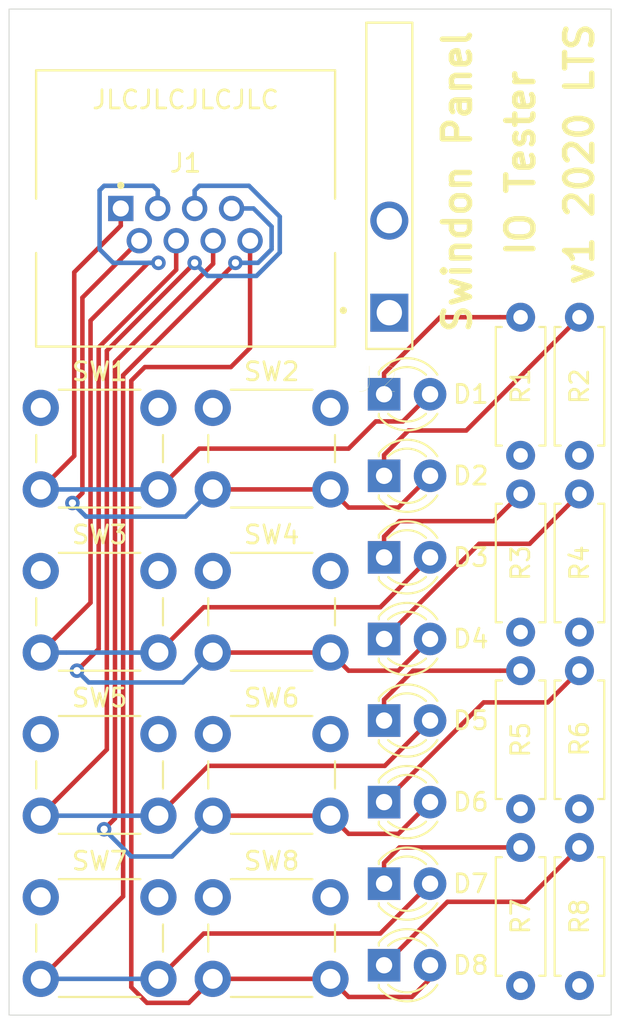
<source format=kicad_pcb>
(kicad_pcb (version 20171130) (host pcbnew "(5.1.4)-1")

  (general
    (thickness 1.6)
    (drawings 8)
    (tracks 151)
    (zones 0)
    (modules 26)
    (nets 18)
  )

  (page User 200 150.012)
  (title_block
    (title "IO Tester")
    (date 2019-12-26)
    (rev 1)
    (company "Swindon Panel Society")
    (comment 1 "Designed by Laurence Stant")
  )

  (layers
    (0 F.Cu signal)
    (31 B.Cu signal)
    (32 B.Adhes user)
    (33 F.Adhes user)
    (34 B.Paste user)
    (35 F.Paste user)
    (36 B.SilkS user)
    (37 F.SilkS user)
    (38 B.Mask user)
    (39 F.Mask user)
    (40 Dwgs.User user)
    (41 Cmts.User user)
    (42 Eco1.User user)
    (43 Eco2.User user)
    (44 Edge.Cuts user)
    (45 Margin user)
    (46 B.CrtYd user)
    (47 F.CrtYd user)
    (48 B.Fab user)
    (49 F.Fab user)
  )

  (setup
    (last_trace_width 0.25)
    (trace_clearance 0.2)
    (zone_clearance 0.508)
    (zone_45_only no)
    (trace_min 0.2)
    (via_size 0.8)
    (via_drill 0.4)
    (via_min_size 0.4)
    (via_min_drill 0.3)
    (uvia_size 0.3)
    (uvia_drill 0.1)
    (uvias_allowed no)
    (uvia_min_size 0.2)
    (uvia_min_drill 0.1)
    (edge_width 0.05)
    (segment_width 0.2)
    (pcb_text_width 0.3)
    (pcb_text_size 1.5 1.5)
    (mod_edge_width 0.12)
    (mod_text_size 1 1)
    (mod_text_width 0.15)
    (pad_size 1.524 1.524)
    (pad_drill 0.762)
    (pad_to_mask_clearance 0.051)
    (solder_mask_min_width 0.25)
    (aux_axis_origin 0 0)
    (visible_elements FFFFFF7F)
    (pcbplotparams
      (layerselection 0x010fc_ffffffff)
      (usegerberextensions false)
      (usegerberattributes false)
      (usegerberadvancedattributes false)
      (creategerberjobfile false)
      (excludeedgelayer true)
      (linewidth 0.100000)
      (plotframeref false)
      (viasonmask false)
      (mode 1)
      (useauxorigin false)
      (hpglpennumber 1)
      (hpglpenspeed 20)
      (hpglpendiameter 15.000000)
      (psnegative false)
      (psa4output false)
      (plotreference true)
      (plotvalue true)
      (plotinvisibletext false)
      (padsonsilk false)
      (subtractmaskfromsilk false)
      (outputformat 4)
      (mirror false)
      (drillshape 0)
      (scaleselection 1)
      (outputdirectory "PDF/"))
  )

  (net 0 "")
  (net 1 "Net-(D1-Pad1)")
  (net 2 "Net-(D2-Pad1)")
  (net 3 "Net-(D3-Pad1)")
  (net 4 "Net-(D4-Pad1)")
  (net 5 "Net-(D5-Pad1)")
  (net 6 "Net-(D6-Pad1)")
  (net 7 "Net-(D7-Pad1)")
  (net 8 "Net-(D8-Pad1)")
  (net 9 /LINE1)
  (net 10 /LINE2)
  (net 11 /LINE3)
  (net 12 /LINE4)
  (net 13 /LINE5)
  (net 14 /LINE6)
  (net 15 /LINE7)
  (net 16 /LINE8)
  (net 17 /COMMON)

  (net_class Default "This is the default net class."
    (clearance 0.2)
    (trace_width 0.25)
    (via_dia 0.8)
    (via_drill 0.4)
    (uvia_dia 0.3)
    (uvia_drill 0.1)
    (add_net /COMMON)
    (add_net /LINE1)
    (add_net /LINE2)
    (add_net /LINE3)
    (add_net /LINE4)
    (add_net /LINE5)
    (add_net /LINE6)
    (add_net /LINE7)
    (add_net /LINE8)
    (add_net "Net-(D1-Pad1)")
    (add_net "Net-(D2-Pad1)")
    (add_net "Net-(D3-Pad1)")
    (add_net "Net-(D4-Pad1)")
    (add_net "Net-(D5-Pad1)")
    (add_net "Net-(D6-Pad1)")
    (add_net "Net-(D7-Pad1)")
    (add_net "Net-(D8-Pad1)")
  )

  (module libs:TE_1-406525-1 (layer F.Cu) (tedit 5E04DC11) (tstamp 5E0607DE)
    (at 94.25 40.71 180)
    (path /5E04BE73)
    (fp_text reference J1 (at 0 -0.04 180) (layer F.SilkS)
      (effects (font (size 1.000528 1.000528) (thickness 0.15)))
    )
    (fp_text value RJ45 (at -0.2077 6.30003 180) (layer F.Fab)
      (effects (font (size 1.001685 1.001685) (thickness 0.015)))
    )
    (fp_circle (center 3.58 -1.27) (end 3.68 -1.27) (layer F.SilkS) (width 0.2))
    (fp_line (start 8.505 -10.41) (end -8.505 -10.41) (layer F.CrtYd) (width 0.05))
    (fp_line (start 8.505 5.33) (end 8.505 -10.41) (layer F.CrtYd) (width 0.05))
    (fp_line (start -8.505 5.33) (end 8.505 5.33) (layer F.CrtYd) (width 0.05))
    (fp_line (start -8.505 -10.41) (end -8.505 5.33) (layer F.CrtYd) (width 0.05))
    (fp_line (start 8.255 5.08) (end 8.255 -2) (layer F.SilkS) (width 0.127))
    (fp_line (start -8.255 5.08) (end 8.255 5.08) (layer F.SilkS) (width 0.127))
    (fp_line (start -8.255 -2) (end -8.255 5.08) (layer F.SilkS) (width 0.127))
    (fp_line (start 8.255 -10.16) (end 8.255 -5) (layer F.SilkS) (width 0.127))
    (fp_line (start -8.255 -10.16) (end 8.255 -10.16) (layer F.SilkS) (width 0.127))
    (fp_line (start -8.255 -5) (end -8.255 -10.16) (layer F.SilkS) (width 0.127))
    (fp_line (start 8.255 -10.16) (end -8.255 -10.16) (layer F.Fab) (width 0.127))
    (fp_line (start 8.255 5.08) (end 8.255 -10.16) (layer F.Fab) (width 0.127))
    (fp_line (start -8.255 5.08) (end 8.255 5.08) (layer F.Fab) (width 0.127))
    (fp_line (start -8.255 -10.16) (end -8.255 5.08) (layer F.Fab) (width 0.127))
    (pad 1 thru_hole rect (at 3.58 -2.54 180) (size 1.398 1.398) (drill 0.89) (layers *.Cu *.Mask)
      (net 9 /LINE1))
    (pad 2 thru_hole circle (at 2.56 -4.32 180) (size 1.398 1.398) (drill 0.89) (layers *.Cu *.Mask)
      (net 10 /LINE2))
    (pad 3 thru_hole circle (at 1.54 -2.54 180) (size 1.398 1.398) (drill 0.89) (layers *.Cu *.Mask)
      (net 11 /LINE3))
    (pad 4 thru_hole circle (at 0.52 -4.32 180) (size 1.398 1.398) (drill 0.89) (layers *.Cu *.Mask)
      (net 12 /LINE4))
    (pad 5 thru_hole circle (at -0.5 -2.54 180) (size 1.398 1.398) (drill 0.89) (layers *.Cu *.Mask)
      (net 13 /LINE5))
    (pad 6 thru_hole circle (at -1.52 -4.32 180) (size 1.398 1.398) (drill 0.89) (layers *.Cu *.Mask)
      (net 14 /LINE6))
    (pad 7 thru_hole circle (at -2.54 -2.54 180) (size 1.398 1.398) (drill 0.89) (layers *.Cu *.Mask)
      (net 15 /LINE7))
    (pad 8 thru_hole circle (at -3.56 -4.32 180) (size 1.398 1.398) (drill 0.89) (layers *.Cu *.Mask)
      (net 16 /LINE8))
    (pad None np_thru_hole circle (at 6.35 0 180) (size 3.25 3.25) (drill 3.25) (layers *.Cu *.Mask))
    (pad None np_thru_hole circle (at -6.35 0 180) (size 3.25 3.25) (drill 3.25) (layers *.Cu *.Mask))
    (model ${KIPRJMOD}/libs/c-0406525-11-c-3d.stp
      (offset (xyz 0 -5 6.5))
      (scale (xyz 1 1 1))
      (rotate (xyz -90 0 0))
    )
  )

  (module Resistor_THT:R_Axial_DIN0207_L6.3mm_D2.5mm_P7.62mm_Horizontal (layer F.Cu) (tedit 5AE5139B) (tstamp 5E0520D5)
    (at 116 86.12 90)
    (descr "Resistor, Axial_DIN0207 series, Axial, Horizontal, pin pitch=7.62mm, 0.25W = 1/4W, length*diameter=6.3*2.5mm^2, http://cdn-reichelt.de/documents/datenblatt/B400/1_4W%23YAG.pdf")
    (tags "Resistor Axial_DIN0207 series Axial Horizontal pin pitch 7.62mm 0.25W = 1/4W length 6.3mm diameter 2.5mm")
    (path /5E0A3012)
    (fp_text reference R8 (at 3.81 0 90) (layer F.SilkS)
      (effects (font (size 1 1) (thickness 0.15)))
    )
    (fp_text value R (at 3.81 0 90) (layer F.Fab)
      (effects (font (size 1 1) (thickness 0.15)))
    )
    (fp_text user %R (at 3.81 0 90) (layer F.Fab)
      (effects (font (size 1 1) (thickness 0.15)))
    )
    (fp_line (start 8.67 -1.5) (end -1.05 -1.5) (layer F.CrtYd) (width 0.05))
    (fp_line (start 8.67 1.5) (end 8.67 -1.5) (layer F.CrtYd) (width 0.05))
    (fp_line (start -1.05 1.5) (end 8.67 1.5) (layer F.CrtYd) (width 0.05))
    (fp_line (start -1.05 -1.5) (end -1.05 1.5) (layer F.CrtYd) (width 0.05))
    (fp_line (start 7.08 1.37) (end 7.08 1.04) (layer F.SilkS) (width 0.12))
    (fp_line (start 0.54 1.37) (end 7.08 1.37) (layer F.SilkS) (width 0.12))
    (fp_line (start 0.54 1.04) (end 0.54 1.37) (layer F.SilkS) (width 0.12))
    (fp_line (start 7.08 -1.37) (end 7.08 -1.04) (layer F.SilkS) (width 0.12))
    (fp_line (start 0.54 -1.37) (end 7.08 -1.37) (layer F.SilkS) (width 0.12))
    (fp_line (start 0.54 -1.04) (end 0.54 -1.37) (layer F.SilkS) (width 0.12))
    (fp_line (start 7.62 0) (end 6.96 0) (layer F.Fab) (width 0.1))
    (fp_line (start 0 0) (end 0.66 0) (layer F.Fab) (width 0.1))
    (fp_line (start 6.96 -1.25) (end 0.66 -1.25) (layer F.Fab) (width 0.1))
    (fp_line (start 6.96 1.25) (end 6.96 -1.25) (layer F.Fab) (width 0.1))
    (fp_line (start 0.66 1.25) (end 6.96 1.25) (layer F.Fab) (width 0.1))
    (fp_line (start 0.66 -1.25) (end 0.66 1.25) (layer F.Fab) (width 0.1))
    (pad 2 thru_hole oval (at 7.62 0 90) (size 1.6 1.6) (drill 0.8) (layers *.Cu *.Mask)
      (net 8 "Net-(D8-Pad1)"))
    (pad 1 thru_hole circle (at 0 0 90) (size 1.6 1.6) (drill 0.8) (layers *.Cu *.Mask)
      (net 17 /COMMON))
    (model ${KISYS3DMOD}/Resistor_THT.3dshapes/R_Axial_DIN0207_L6.3mm_D2.5mm_P7.62mm_Horizontal.wrl
      (at (xyz 0 0 0))
      (scale (xyz 1 1 1))
      (rotate (xyz 0 0 0))
    )
  )

  (module Resistor_THT:R_Axial_DIN0207_L6.3mm_D2.5mm_P7.62mm_Horizontal (layer F.Cu) (tedit 5AE5139B) (tstamp 5E0520BE)
    (at 112.75 86.12 90)
    (descr "Resistor, Axial_DIN0207 series, Axial, Horizontal, pin pitch=7.62mm, 0.25W = 1/4W, length*diameter=6.3*2.5mm^2, http://cdn-reichelt.de/documents/datenblatt/B400/1_4W%23YAG.pdf")
    (tags "Resistor Axial_DIN0207 series Axial Horizontal pin pitch 7.62mm 0.25W = 1/4W length 6.3mm diameter 2.5mm")
    (path /5E0A2D6C)
    (fp_text reference R7 (at 3.81 0 90) (layer F.SilkS)
      (effects (font (size 1 1) (thickness 0.15)))
    )
    (fp_text value R (at 3.81 0 90) (layer F.Fab)
      (effects (font (size 1 1) (thickness 0.15)))
    )
    (fp_text user %R (at 3.81 0 90) (layer F.Fab)
      (effects (font (size 1 1) (thickness 0.15)))
    )
    (fp_line (start 8.67 -1.5) (end -1.05 -1.5) (layer F.CrtYd) (width 0.05))
    (fp_line (start 8.67 1.5) (end 8.67 -1.5) (layer F.CrtYd) (width 0.05))
    (fp_line (start -1.05 1.5) (end 8.67 1.5) (layer F.CrtYd) (width 0.05))
    (fp_line (start -1.05 -1.5) (end -1.05 1.5) (layer F.CrtYd) (width 0.05))
    (fp_line (start 7.08 1.37) (end 7.08 1.04) (layer F.SilkS) (width 0.12))
    (fp_line (start 0.54 1.37) (end 7.08 1.37) (layer F.SilkS) (width 0.12))
    (fp_line (start 0.54 1.04) (end 0.54 1.37) (layer F.SilkS) (width 0.12))
    (fp_line (start 7.08 -1.37) (end 7.08 -1.04) (layer F.SilkS) (width 0.12))
    (fp_line (start 0.54 -1.37) (end 7.08 -1.37) (layer F.SilkS) (width 0.12))
    (fp_line (start 0.54 -1.04) (end 0.54 -1.37) (layer F.SilkS) (width 0.12))
    (fp_line (start 7.62 0) (end 6.96 0) (layer F.Fab) (width 0.1))
    (fp_line (start 0 0) (end 0.66 0) (layer F.Fab) (width 0.1))
    (fp_line (start 6.96 -1.25) (end 0.66 -1.25) (layer F.Fab) (width 0.1))
    (fp_line (start 6.96 1.25) (end 6.96 -1.25) (layer F.Fab) (width 0.1))
    (fp_line (start 0.66 1.25) (end 6.96 1.25) (layer F.Fab) (width 0.1))
    (fp_line (start 0.66 -1.25) (end 0.66 1.25) (layer F.Fab) (width 0.1))
    (pad 2 thru_hole oval (at 7.62 0 90) (size 1.6 1.6) (drill 0.8) (layers *.Cu *.Mask)
      (net 7 "Net-(D7-Pad1)"))
    (pad 1 thru_hole circle (at 0 0 90) (size 1.6 1.6) (drill 0.8) (layers *.Cu *.Mask)
      (net 17 /COMMON))
    (model ${KISYS3DMOD}/Resistor_THT.3dshapes/R_Axial_DIN0207_L6.3mm_D2.5mm_P7.62mm_Horizontal.wrl
      (at (xyz 0 0 0))
      (scale (xyz 1 1 1))
      (rotate (xyz 0 0 0))
    )
  )

  (module Resistor_THT:R_Axial_DIN0207_L6.3mm_D2.5mm_P7.62mm_Horizontal (layer F.Cu) (tedit 5AE5139B) (tstamp 5E0520A7)
    (at 116 76.37 90)
    (descr "Resistor, Axial_DIN0207 series, Axial, Horizontal, pin pitch=7.62mm, 0.25W = 1/4W, length*diameter=6.3*2.5mm^2, http://cdn-reichelt.de/documents/datenblatt/B400/1_4W%23YAG.pdf")
    (tags "Resistor Axial_DIN0207 series Axial Horizontal pin pitch 7.62mm 0.25W = 1/4W length 6.3mm diameter 2.5mm")
    (path /5E0A2BC1)
    (fp_text reference R6 (at 3.87 0 90) (layer F.SilkS)
      (effects (font (size 1 1) (thickness 0.15)))
    )
    (fp_text value R (at 3.81 0 90) (layer F.Fab)
      (effects (font (size 1 1) (thickness 0.15)))
    )
    (fp_text user %R (at 3.81 0 90) (layer F.Fab)
      (effects (font (size 1 1) (thickness 0.15)))
    )
    (fp_line (start 8.67 -1.5) (end -1.05 -1.5) (layer F.CrtYd) (width 0.05))
    (fp_line (start 8.67 1.5) (end 8.67 -1.5) (layer F.CrtYd) (width 0.05))
    (fp_line (start -1.05 1.5) (end 8.67 1.5) (layer F.CrtYd) (width 0.05))
    (fp_line (start -1.05 -1.5) (end -1.05 1.5) (layer F.CrtYd) (width 0.05))
    (fp_line (start 7.08 1.37) (end 7.08 1.04) (layer F.SilkS) (width 0.12))
    (fp_line (start 0.54 1.37) (end 7.08 1.37) (layer F.SilkS) (width 0.12))
    (fp_line (start 0.54 1.04) (end 0.54 1.37) (layer F.SilkS) (width 0.12))
    (fp_line (start 7.08 -1.37) (end 7.08 -1.04) (layer F.SilkS) (width 0.12))
    (fp_line (start 0.54 -1.37) (end 7.08 -1.37) (layer F.SilkS) (width 0.12))
    (fp_line (start 0.54 -1.04) (end 0.54 -1.37) (layer F.SilkS) (width 0.12))
    (fp_line (start 7.62 0) (end 6.96 0) (layer F.Fab) (width 0.1))
    (fp_line (start 0 0) (end 0.66 0) (layer F.Fab) (width 0.1))
    (fp_line (start 6.96 -1.25) (end 0.66 -1.25) (layer F.Fab) (width 0.1))
    (fp_line (start 6.96 1.25) (end 6.96 -1.25) (layer F.Fab) (width 0.1))
    (fp_line (start 0.66 1.25) (end 6.96 1.25) (layer F.Fab) (width 0.1))
    (fp_line (start 0.66 -1.25) (end 0.66 1.25) (layer F.Fab) (width 0.1))
    (pad 2 thru_hole oval (at 7.62 0 90) (size 1.6 1.6) (drill 0.8) (layers *.Cu *.Mask)
      (net 6 "Net-(D6-Pad1)"))
    (pad 1 thru_hole circle (at 0 0 90) (size 1.6 1.6) (drill 0.8) (layers *.Cu *.Mask)
      (net 17 /COMMON))
    (model ${KISYS3DMOD}/Resistor_THT.3dshapes/R_Axial_DIN0207_L6.3mm_D2.5mm_P7.62mm_Horizontal.wrl
      (at (xyz 0 0 0))
      (scale (xyz 1 1 1))
      (rotate (xyz 0 0 0))
    )
  )

  (module Resistor_THT:R_Axial_DIN0207_L6.3mm_D2.5mm_P7.62mm_Horizontal (layer F.Cu) (tedit 5AE5139B) (tstamp 5E052090)
    (at 112.75 76.37 90)
    (descr "Resistor, Axial_DIN0207 series, Axial, Horizontal, pin pitch=7.62mm, 0.25W = 1/4W, length*diameter=6.3*2.5mm^2, http://cdn-reichelt.de/documents/datenblatt/B400/1_4W%23YAG.pdf")
    (tags "Resistor Axial_DIN0207 series Axial Horizontal pin pitch 7.62mm 0.25W = 1/4W length 6.3mm diameter 2.5mm")
    (path /5E0A2963)
    (fp_text reference R5 (at 3.81 0 90) (layer F.SilkS)
      (effects (font (size 1 1) (thickness 0.15)))
    )
    (fp_text value R (at 3.81 0 90) (layer F.Fab)
      (effects (font (size 1 1) (thickness 0.15)))
    )
    (fp_text user %R (at 3.81 0 90) (layer F.Fab)
      (effects (font (size 1 1) (thickness 0.15)))
    )
    (fp_line (start 8.67 -1.5) (end -1.05 -1.5) (layer F.CrtYd) (width 0.05))
    (fp_line (start 8.67 1.5) (end 8.67 -1.5) (layer F.CrtYd) (width 0.05))
    (fp_line (start -1.05 1.5) (end 8.67 1.5) (layer F.CrtYd) (width 0.05))
    (fp_line (start -1.05 -1.5) (end -1.05 1.5) (layer F.CrtYd) (width 0.05))
    (fp_line (start 7.08 1.37) (end 7.08 1.04) (layer F.SilkS) (width 0.12))
    (fp_line (start 0.54 1.37) (end 7.08 1.37) (layer F.SilkS) (width 0.12))
    (fp_line (start 0.54 1.04) (end 0.54 1.37) (layer F.SilkS) (width 0.12))
    (fp_line (start 7.08 -1.37) (end 7.08 -1.04) (layer F.SilkS) (width 0.12))
    (fp_line (start 0.54 -1.37) (end 7.08 -1.37) (layer F.SilkS) (width 0.12))
    (fp_line (start 0.54 -1.04) (end 0.54 -1.37) (layer F.SilkS) (width 0.12))
    (fp_line (start 7.62 0) (end 6.96 0) (layer F.Fab) (width 0.1))
    (fp_line (start 0 0) (end 0.66 0) (layer F.Fab) (width 0.1))
    (fp_line (start 6.96 -1.25) (end 0.66 -1.25) (layer F.Fab) (width 0.1))
    (fp_line (start 6.96 1.25) (end 6.96 -1.25) (layer F.Fab) (width 0.1))
    (fp_line (start 0.66 1.25) (end 6.96 1.25) (layer F.Fab) (width 0.1))
    (fp_line (start 0.66 -1.25) (end 0.66 1.25) (layer F.Fab) (width 0.1))
    (pad 2 thru_hole oval (at 7.62 0 90) (size 1.6 1.6) (drill 0.8) (layers *.Cu *.Mask)
      (net 5 "Net-(D5-Pad1)"))
    (pad 1 thru_hole circle (at 0 0 90) (size 1.6 1.6) (drill 0.8) (layers *.Cu *.Mask)
      (net 17 /COMMON))
    (model ${KISYS3DMOD}/Resistor_THT.3dshapes/R_Axial_DIN0207_L6.3mm_D2.5mm_P7.62mm_Horizontal.wrl
      (at (xyz 0 0 0))
      (scale (xyz 1 1 1))
      (rotate (xyz 0 0 0))
    )
  )

  (module Resistor_THT:R_Axial_DIN0207_L6.3mm_D2.5mm_P7.62mm_Horizontal (layer F.Cu) (tedit 5AE5139B) (tstamp 5E052079)
    (at 116 66.62 90)
    (descr "Resistor, Axial_DIN0207 series, Axial, Horizontal, pin pitch=7.62mm, 0.25W = 1/4W, length*diameter=6.3*2.5mm^2, http://cdn-reichelt.de/documents/datenblatt/B400/1_4W%23YAG.pdf")
    (tags "Resistor Axial_DIN0207 series Axial Horizontal pin pitch 7.62mm 0.25W = 1/4W length 6.3mm diameter 2.5mm")
    (path /5E0A2606)
    (fp_text reference R4 (at 3.81 0 90) (layer F.SilkS)
      (effects (font (size 1 1) (thickness 0.15)))
    )
    (fp_text value R (at 3.81 0 90) (layer F.Fab)
      (effects (font (size 1 1) (thickness 0.15)))
    )
    (fp_text user %R (at 3.81 0 90) (layer F.Fab)
      (effects (font (size 1 1) (thickness 0.15)))
    )
    (fp_line (start 8.67 -1.5) (end -1.05 -1.5) (layer F.CrtYd) (width 0.05))
    (fp_line (start 8.67 1.5) (end 8.67 -1.5) (layer F.CrtYd) (width 0.05))
    (fp_line (start -1.05 1.5) (end 8.67 1.5) (layer F.CrtYd) (width 0.05))
    (fp_line (start -1.05 -1.5) (end -1.05 1.5) (layer F.CrtYd) (width 0.05))
    (fp_line (start 7.08 1.37) (end 7.08 1.04) (layer F.SilkS) (width 0.12))
    (fp_line (start 0.54 1.37) (end 7.08 1.37) (layer F.SilkS) (width 0.12))
    (fp_line (start 0.54 1.04) (end 0.54 1.37) (layer F.SilkS) (width 0.12))
    (fp_line (start 7.08 -1.37) (end 7.08 -1.04) (layer F.SilkS) (width 0.12))
    (fp_line (start 0.54 -1.37) (end 7.08 -1.37) (layer F.SilkS) (width 0.12))
    (fp_line (start 0.54 -1.04) (end 0.54 -1.37) (layer F.SilkS) (width 0.12))
    (fp_line (start 7.62 0) (end 6.96 0) (layer F.Fab) (width 0.1))
    (fp_line (start 0 0) (end 0.66 0) (layer F.Fab) (width 0.1))
    (fp_line (start 6.96 -1.25) (end 0.66 -1.25) (layer F.Fab) (width 0.1))
    (fp_line (start 6.96 1.25) (end 6.96 -1.25) (layer F.Fab) (width 0.1))
    (fp_line (start 0.66 1.25) (end 6.96 1.25) (layer F.Fab) (width 0.1))
    (fp_line (start 0.66 -1.25) (end 0.66 1.25) (layer F.Fab) (width 0.1))
    (pad 2 thru_hole oval (at 7.62 0 90) (size 1.6 1.6) (drill 0.8) (layers *.Cu *.Mask)
      (net 4 "Net-(D4-Pad1)"))
    (pad 1 thru_hole circle (at 0 0 90) (size 1.6 1.6) (drill 0.8) (layers *.Cu *.Mask)
      (net 17 /COMMON))
    (model ${KISYS3DMOD}/Resistor_THT.3dshapes/R_Axial_DIN0207_L6.3mm_D2.5mm_P7.62mm_Horizontal.wrl
      (at (xyz 0 0 0))
      (scale (xyz 1 1 1))
      (rotate (xyz 0 0 0))
    )
  )

  (module Resistor_THT:R_Axial_DIN0207_L6.3mm_D2.5mm_P7.62mm_Horizontal (layer F.Cu) (tedit 5AE5139B) (tstamp 5E052062)
    (at 112.75 66.62 90)
    (descr "Resistor, Axial_DIN0207 series, Axial, Horizontal, pin pitch=7.62mm, 0.25W = 1/4W, length*diameter=6.3*2.5mm^2, http://cdn-reichelt.de/documents/datenblatt/B400/1_4W%23YAG.pdf")
    (tags "Resistor Axial_DIN0207 series Axial Horizontal pin pitch 7.62mm 0.25W = 1/4W length 6.3mm diameter 2.5mm")
    (path /5E0A23A3)
    (fp_text reference R3 (at 3.81 0 90) (layer F.SilkS)
      (effects (font (size 1 1) (thickness 0.15)))
    )
    (fp_text value R (at 3.81 0 90) (layer F.Fab)
      (effects (font (size 1 1) (thickness 0.15)))
    )
    (fp_text user %R (at 3.81 0 90) (layer F.Fab)
      (effects (font (size 1 1) (thickness 0.15)))
    )
    (fp_line (start 8.67 -1.5) (end -1.05 -1.5) (layer F.CrtYd) (width 0.05))
    (fp_line (start 8.67 1.5) (end 8.67 -1.5) (layer F.CrtYd) (width 0.05))
    (fp_line (start -1.05 1.5) (end 8.67 1.5) (layer F.CrtYd) (width 0.05))
    (fp_line (start -1.05 -1.5) (end -1.05 1.5) (layer F.CrtYd) (width 0.05))
    (fp_line (start 7.08 1.37) (end 7.08 1.04) (layer F.SilkS) (width 0.12))
    (fp_line (start 0.54 1.37) (end 7.08 1.37) (layer F.SilkS) (width 0.12))
    (fp_line (start 0.54 1.04) (end 0.54 1.37) (layer F.SilkS) (width 0.12))
    (fp_line (start 7.08 -1.37) (end 7.08 -1.04) (layer F.SilkS) (width 0.12))
    (fp_line (start 0.54 -1.37) (end 7.08 -1.37) (layer F.SilkS) (width 0.12))
    (fp_line (start 0.54 -1.04) (end 0.54 -1.37) (layer F.SilkS) (width 0.12))
    (fp_line (start 7.62 0) (end 6.96 0) (layer F.Fab) (width 0.1))
    (fp_line (start 0 0) (end 0.66 0) (layer F.Fab) (width 0.1))
    (fp_line (start 6.96 -1.25) (end 0.66 -1.25) (layer F.Fab) (width 0.1))
    (fp_line (start 6.96 1.25) (end 6.96 -1.25) (layer F.Fab) (width 0.1))
    (fp_line (start 0.66 1.25) (end 6.96 1.25) (layer F.Fab) (width 0.1))
    (fp_line (start 0.66 -1.25) (end 0.66 1.25) (layer F.Fab) (width 0.1))
    (pad 2 thru_hole oval (at 7.62 0 90) (size 1.6 1.6) (drill 0.8) (layers *.Cu *.Mask)
      (net 3 "Net-(D3-Pad1)"))
    (pad 1 thru_hole circle (at 0 0 90) (size 1.6 1.6) (drill 0.8) (layers *.Cu *.Mask)
      (net 17 /COMMON))
    (model ${KISYS3DMOD}/Resistor_THT.3dshapes/R_Axial_DIN0207_L6.3mm_D2.5mm_P7.62mm_Horizontal.wrl
      (at (xyz 0 0 0))
      (scale (xyz 1 1 1))
      (rotate (xyz 0 0 0))
    )
  )

  (module Resistor_THT:R_Axial_DIN0207_L6.3mm_D2.5mm_P7.62mm_Horizontal (layer F.Cu) (tedit 5AE5139B) (tstamp 5E05322B)
    (at 116 56.87 90)
    (descr "Resistor, Axial_DIN0207 series, Axial, Horizontal, pin pitch=7.62mm, 0.25W = 1/4W, length*diameter=6.3*2.5mm^2, http://cdn-reichelt.de/documents/datenblatt/B400/1_4W%23YAG.pdf")
    (tags "Resistor Axial_DIN0207 series Axial Horizontal pin pitch 7.62mm 0.25W = 1/4W length 6.3mm diameter 2.5mm")
    (path /5E0A20FC)
    (fp_text reference R2 (at 3.81 0 90) (layer F.SilkS)
      (effects (font (size 1 1) (thickness 0.15)))
    )
    (fp_text value R (at 3.81 0 90) (layer F.Fab)
      (effects (font (size 1 1) (thickness 0.15)))
    )
    (fp_text user %R (at 3.81 0 90) (layer F.Fab)
      (effects (font (size 1 1) (thickness 0.15)))
    )
    (fp_line (start 8.67 -1.5) (end -1.05 -1.5) (layer F.CrtYd) (width 0.05))
    (fp_line (start 8.67 1.5) (end 8.67 -1.5) (layer F.CrtYd) (width 0.05))
    (fp_line (start -1.05 1.5) (end 8.67 1.5) (layer F.CrtYd) (width 0.05))
    (fp_line (start -1.05 -1.5) (end -1.05 1.5) (layer F.CrtYd) (width 0.05))
    (fp_line (start 7.08 1.37) (end 7.08 1.04) (layer F.SilkS) (width 0.12))
    (fp_line (start 0.54 1.37) (end 7.08 1.37) (layer F.SilkS) (width 0.12))
    (fp_line (start 0.54 1.04) (end 0.54 1.37) (layer F.SilkS) (width 0.12))
    (fp_line (start 7.08 -1.37) (end 7.08 -1.04) (layer F.SilkS) (width 0.12))
    (fp_line (start 0.54 -1.37) (end 7.08 -1.37) (layer F.SilkS) (width 0.12))
    (fp_line (start 0.54 -1.04) (end 0.54 -1.37) (layer F.SilkS) (width 0.12))
    (fp_line (start 7.62 0) (end 6.96 0) (layer F.Fab) (width 0.1))
    (fp_line (start 0 0) (end 0.66 0) (layer F.Fab) (width 0.1))
    (fp_line (start 6.96 -1.25) (end 0.66 -1.25) (layer F.Fab) (width 0.1))
    (fp_line (start 6.96 1.25) (end 6.96 -1.25) (layer F.Fab) (width 0.1))
    (fp_line (start 0.66 1.25) (end 6.96 1.25) (layer F.Fab) (width 0.1))
    (fp_line (start 0.66 -1.25) (end 0.66 1.25) (layer F.Fab) (width 0.1))
    (pad 2 thru_hole oval (at 7.62 0 90) (size 1.6 1.6) (drill 0.8) (layers *.Cu *.Mask)
      (net 2 "Net-(D2-Pad1)"))
    (pad 1 thru_hole circle (at 0 0 90) (size 1.6 1.6) (drill 0.8) (layers *.Cu *.Mask)
      (net 17 /COMMON))
    (model ${KISYS3DMOD}/Resistor_THT.3dshapes/R_Axial_DIN0207_L6.3mm_D2.5mm_P7.62mm_Horizontal.wrl
      (at (xyz 0 0 0))
      (scale (xyz 1 1 1))
      (rotate (xyz 0 0 0))
    )
  )

  (module Resistor_THT:R_Axial_DIN0207_L6.3mm_D2.5mm_P7.62mm_Horizontal (layer F.Cu) (tedit 5AE5139B) (tstamp 5E052831)
    (at 112.75 56.87 90)
    (descr "Resistor, Axial_DIN0207 series, Axial, Horizontal, pin pitch=7.62mm, 0.25W = 1/4W, length*diameter=6.3*2.5mm^2, http://cdn-reichelt.de/documents/datenblatt/B400/1_4W%23YAG.pdf")
    (tags "Resistor Axial_DIN0207 series Axial Horizontal pin pitch 7.62mm 0.25W = 1/4W length 6.3mm diameter 2.5mm")
    (path /5E0A14F0)
    (fp_text reference R1 (at 3.81 0 90) (layer F.SilkS)
      (effects (font (size 1 1) (thickness 0.15)))
    )
    (fp_text value R (at 3.81 0 90) (layer F.Fab)
      (effects (font (size 1 1) (thickness 0.15)))
    )
    (fp_text user %R (at 3.81 0 90) (layer F.Fab)
      (effects (font (size 1 1) (thickness 0.15)))
    )
    (fp_line (start 8.67 -1.5) (end -1.05 -1.5) (layer F.CrtYd) (width 0.05))
    (fp_line (start 8.67 1.5) (end 8.67 -1.5) (layer F.CrtYd) (width 0.05))
    (fp_line (start -1.05 1.5) (end 8.67 1.5) (layer F.CrtYd) (width 0.05))
    (fp_line (start -1.05 -1.5) (end -1.05 1.5) (layer F.CrtYd) (width 0.05))
    (fp_line (start 7.08 1.37) (end 7.08 1.04) (layer F.SilkS) (width 0.12))
    (fp_line (start 0.54 1.37) (end 7.08 1.37) (layer F.SilkS) (width 0.12))
    (fp_line (start 0.54 1.04) (end 0.54 1.37) (layer F.SilkS) (width 0.12))
    (fp_line (start 7.08 -1.37) (end 7.08 -1.04) (layer F.SilkS) (width 0.12))
    (fp_line (start 0.54 -1.37) (end 7.08 -1.37) (layer F.SilkS) (width 0.12))
    (fp_line (start 0.54 -1.04) (end 0.54 -1.37) (layer F.SilkS) (width 0.12))
    (fp_line (start 7.62 0) (end 6.96 0) (layer F.Fab) (width 0.1))
    (fp_line (start 0 0) (end 0.66 0) (layer F.Fab) (width 0.1))
    (fp_line (start 6.96 -1.25) (end 0.66 -1.25) (layer F.Fab) (width 0.1))
    (fp_line (start 6.96 1.25) (end 6.96 -1.25) (layer F.Fab) (width 0.1))
    (fp_line (start 0.66 1.25) (end 6.96 1.25) (layer F.Fab) (width 0.1))
    (fp_line (start 0.66 -1.25) (end 0.66 1.25) (layer F.Fab) (width 0.1))
    (pad 2 thru_hole oval (at 7.62 0 90) (size 1.6 1.6) (drill 0.8) (layers *.Cu *.Mask)
      (net 1 "Net-(D1-Pad1)"))
    (pad 1 thru_hole circle (at 0 0 90) (size 1.6 1.6) (drill 0.8) (layers *.Cu *.Mask)
      (net 17 /COMMON))
    (model ${KISYS3DMOD}/Resistor_THT.3dshapes/R_Axial_DIN0207_L6.3mm_D2.5mm_P7.62mm_Horizontal.wrl
      (at (xyz 0 0 0))
      (scale (xyz 1 1 1))
      (rotate (xyz 0 0 0))
    )
  )

  (module Button_Switch_THT:SW_PUSH_6mm_H5mm (layer F.Cu) (tedit 5A02FE31) (tstamp 5E0521CD)
    (at 95.75 81.25)
    (descr "tactile push button, 6x6mm e.g. PHAP33xx series, height=5mm")
    (tags "tact sw push 6mm")
    (path /5E0A6255)
    (fp_text reference SW8 (at 3.25 -2) (layer F.SilkS)
      (effects (font (size 1 1) (thickness 0.15)))
    )
    (fp_text value SW (at 3.25 3.75) (layer F.Fab)
      (effects (font (size 1 1) (thickness 0.15)))
    )
    (fp_circle (center 3.25 2.25) (end 1.25 2.5) (layer F.Fab) (width 0.1))
    (fp_line (start 6.75 3) (end 6.75 1.5) (layer F.SilkS) (width 0.12))
    (fp_line (start 5.5 -1) (end 1 -1) (layer F.SilkS) (width 0.12))
    (fp_line (start -0.25 1.5) (end -0.25 3) (layer F.SilkS) (width 0.12))
    (fp_line (start 1 5.5) (end 5.5 5.5) (layer F.SilkS) (width 0.12))
    (fp_line (start 8 -1.25) (end 8 5.75) (layer F.CrtYd) (width 0.05))
    (fp_line (start 7.75 6) (end -1.25 6) (layer F.CrtYd) (width 0.05))
    (fp_line (start -1.5 5.75) (end -1.5 -1.25) (layer F.CrtYd) (width 0.05))
    (fp_line (start -1.25 -1.5) (end 7.75 -1.5) (layer F.CrtYd) (width 0.05))
    (fp_line (start -1.5 6) (end -1.25 6) (layer F.CrtYd) (width 0.05))
    (fp_line (start -1.5 5.75) (end -1.5 6) (layer F.CrtYd) (width 0.05))
    (fp_line (start -1.5 -1.5) (end -1.25 -1.5) (layer F.CrtYd) (width 0.05))
    (fp_line (start -1.5 -1.25) (end -1.5 -1.5) (layer F.CrtYd) (width 0.05))
    (fp_line (start 8 -1.5) (end 8 -1.25) (layer F.CrtYd) (width 0.05))
    (fp_line (start 7.75 -1.5) (end 8 -1.5) (layer F.CrtYd) (width 0.05))
    (fp_line (start 8 6) (end 8 5.75) (layer F.CrtYd) (width 0.05))
    (fp_line (start 7.75 6) (end 8 6) (layer F.CrtYd) (width 0.05))
    (fp_line (start 0.25 -0.75) (end 3.25 -0.75) (layer F.Fab) (width 0.1))
    (fp_line (start 0.25 5.25) (end 0.25 -0.75) (layer F.Fab) (width 0.1))
    (fp_line (start 6.25 5.25) (end 0.25 5.25) (layer F.Fab) (width 0.1))
    (fp_line (start 6.25 -0.75) (end 6.25 5.25) (layer F.Fab) (width 0.1))
    (fp_line (start 3.25 -0.75) (end 6.25 -0.75) (layer F.Fab) (width 0.1))
    (fp_text user %R (at 3.25 2.25) (layer F.Fab)
      (effects (font (size 1 1) (thickness 0.15)))
    )
    (pad 1 thru_hole circle (at 6.5 0 90) (size 2 2) (drill 1.1) (layers *.Cu *.Mask)
      (net 17 /COMMON))
    (pad 2 thru_hole circle (at 6.5 4.5 90) (size 2 2) (drill 1.1) (layers *.Cu *.Mask)
      (net 16 /LINE8))
    (pad 1 thru_hole circle (at 0 0 90) (size 2 2) (drill 1.1) (layers *.Cu *.Mask)
      (net 17 /COMMON))
    (pad 2 thru_hole circle (at 0 4.5 90) (size 2 2) (drill 1.1) (layers *.Cu *.Mask)
      (net 16 /LINE8))
    (model ${KISYS3DMOD}/Button_Switch_THT.3dshapes/SW_PUSH_6mm_H5mm.wrl
      (at (xyz 0 0 0))
      (scale (xyz 1 1 1))
      (rotate (xyz 0 0 0))
    )
  )

  (module Button_Switch_THT:SW_PUSH_6mm_H5mm (layer F.Cu) (tedit 5A02FE31) (tstamp 5E0521AE)
    (at 86.25 81.25)
    (descr "tactile push button, 6x6mm e.g. PHAP33xx series, height=5mm")
    (tags "tact sw push 6mm")
    (path /5E0A5F26)
    (fp_text reference SW7 (at 3.25 -2) (layer F.SilkS)
      (effects (font (size 1 1) (thickness 0.15)))
    )
    (fp_text value SW (at 3.25 3.75) (layer F.Fab)
      (effects (font (size 1 1) (thickness 0.15)))
    )
    (fp_circle (center 3.25 2.25) (end 1.25 2.5) (layer F.Fab) (width 0.1))
    (fp_line (start 6.75 3) (end 6.75 1.5) (layer F.SilkS) (width 0.12))
    (fp_line (start 5.5 -1) (end 1 -1) (layer F.SilkS) (width 0.12))
    (fp_line (start -0.25 1.5) (end -0.25 3) (layer F.SilkS) (width 0.12))
    (fp_line (start 1 5.5) (end 5.5 5.5) (layer F.SilkS) (width 0.12))
    (fp_line (start 8 -1.25) (end 8 5.75) (layer F.CrtYd) (width 0.05))
    (fp_line (start 7.75 6) (end -1.25 6) (layer F.CrtYd) (width 0.05))
    (fp_line (start -1.5 5.75) (end -1.5 -1.25) (layer F.CrtYd) (width 0.05))
    (fp_line (start -1.25 -1.5) (end 7.75 -1.5) (layer F.CrtYd) (width 0.05))
    (fp_line (start -1.5 6) (end -1.25 6) (layer F.CrtYd) (width 0.05))
    (fp_line (start -1.5 5.75) (end -1.5 6) (layer F.CrtYd) (width 0.05))
    (fp_line (start -1.5 -1.5) (end -1.25 -1.5) (layer F.CrtYd) (width 0.05))
    (fp_line (start -1.5 -1.25) (end -1.5 -1.5) (layer F.CrtYd) (width 0.05))
    (fp_line (start 8 -1.5) (end 8 -1.25) (layer F.CrtYd) (width 0.05))
    (fp_line (start 7.75 -1.5) (end 8 -1.5) (layer F.CrtYd) (width 0.05))
    (fp_line (start 8 6) (end 8 5.75) (layer F.CrtYd) (width 0.05))
    (fp_line (start 7.75 6) (end 8 6) (layer F.CrtYd) (width 0.05))
    (fp_line (start 0.25 -0.75) (end 3.25 -0.75) (layer F.Fab) (width 0.1))
    (fp_line (start 0.25 5.25) (end 0.25 -0.75) (layer F.Fab) (width 0.1))
    (fp_line (start 6.25 5.25) (end 0.25 5.25) (layer F.Fab) (width 0.1))
    (fp_line (start 6.25 -0.75) (end 6.25 5.25) (layer F.Fab) (width 0.1))
    (fp_line (start 3.25 -0.75) (end 6.25 -0.75) (layer F.Fab) (width 0.1))
    (fp_text user %R (at 3.25 2.25) (layer F.Fab)
      (effects (font (size 1 1) (thickness 0.15)))
    )
    (pad 1 thru_hole circle (at 6.5 0 90) (size 2 2) (drill 1.1) (layers *.Cu *.Mask)
      (net 17 /COMMON))
    (pad 2 thru_hole circle (at 6.5 4.5 90) (size 2 2) (drill 1.1) (layers *.Cu *.Mask)
      (net 15 /LINE7))
    (pad 1 thru_hole circle (at 0 0 90) (size 2 2) (drill 1.1) (layers *.Cu *.Mask)
      (net 17 /COMMON))
    (pad 2 thru_hole circle (at 0 4.5 90) (size 2 2) (drill 1.1) (layers *.Cu *.Mask)
      (net 15 /LINE7))
    (model ${KISYS3DMOD}/Button_Switch_THT.3dshapes/SW_PUSH_6mm_H5mm.wrl
      (at (xyz 0 0 0))
      (scale (xyz 1 1 1))
      (rotate (xyz 0 0 0))
    )
  )

  (module Button_Switch_THT:SW_PUSH_6mm_H5mm (layer F.Cu) (tedit 5A02FE31) (tstamp 5E05218F)
    (at 95.75 72.25)
    (descr "tactile push button, 6x6mm e.g. PHAP33xx series, height=5mm")
    (tags "tact sw push 6mm")
    (path /5E0A5D20)
    (fp_text reference SW6 (at 3.25 -2) (layer F.SilkS)
      (effects (font (size 1 1) (thickness 0.15)))
    )
    (fp_text value SW (at 3.25 3.75) (layer F.Fab)
      (effects (font (size 1 1) (thickness 0.15)))
    )
    (fp_circle (center 3.25 2.25) (end 1.25 2.5) (layer F.Fab) (width 0.1))
    (fp_line (start 6.75 3) (end 6.75 1.5) (layer F.SilkS) (width 0.12))
    (fp_line (start 5.5 -1) (end 1 -1) (layer F.SilkS) (width 0.12))
    (fp_line (start -0.25 1.5) (end -0.25 3) (layer F.SilkS) (width 0.12))
    (fp_line (start 1 5.5) (end 5.5 5.5) (layer F.SilkS) (width 0.12))
    (fp_line (start 8 -1.25) (end 8 5.75) (layer F.CrtYd) (width 0.05))
    (fp_line (start 7.75 6) (end -1.25 6) (layer F.CrtYd) (width 0.05))
    (fp_line (start -1.5 5.75) (end -1.5 -1.25) (layer F.CrtYd) (width 0.05))
    (fp_line (start -1.25 -1.5) (end 7.75 -1.5) (layer F.CrtYd) (width 0.05))
    (fp_line (start -1.5 6) (end -1.25 6) (layer F.CrtYd) (width 0.05))
    (fp_line (start -1.5 5.75) (end -1.5 6) (layer F.CrtYd) (width 0.05))
    (fp_line (start -1.5 -1.5) (end -1.25 -1.5) (layer F.CrtYd) (width 0.05))
    (fp_line (start -1.5 -1.25) (end -1.5 -1.5) (layer F.CrtYd) (width 0.05))
    (fp_line (start 8 -1.5) (end 8 -1.25) (layer F.CrtYd) (width 0.05))
    (fp_line (start 7.75 -1.5) (end 8 -1.5) (layer F.CrtYd) (width 0.05))
    (fp_line (start 8 6) (end 8 5.75) (layer F.CrtYd) (width 0.05))
    (fp_line (start 7.75 6) (end 8 6) (layer F.CrtYd) (width 0.05))
    (fp_line (start 0.25 -0.75) (end 3.25 -0.75) (layer F.Fab) (width 0.1))
    (fp_line (start 0.25 5.25) (end 0.25 -0.75) (layer F.Fab) (width 0.1))
    (fp_line (start 6.25 5.25) (end 0.25 5.25) (layer F.Fab) (width 0.1))
    (fp_line (start 6.25 -0.75) (end 6.25 5.25) (layer F.Fab) (width 0.1))
    (fp_line (start 3.25 -0.75) (end 6.25 -0.75) (layer F.Fab) (width 0.1))
    (fp_text user %R (at 3.25 2.25) (layer F.Fab)
      (effects (font (size 1 1) (thickness 0.15)))
    )
    (pad 1 thru_hole circle (at 6.5 0 90) (size 2 2) (drill 1.1) (layers *.Cu *.Mask)
      (net 17 /COMMON))
    (pad 2 thru_hole circle (at 6.5 4.5 90) (size 2 2) (drill 1.1) (layers *.Cu *.Mask)
      (net 14 /LINE6))
    (pad 1 thru_hole circle (at 0 0 90) (size 2 2) (drill 1.1) (layers *.Cu *.Mask)
      (net 17 /COMMON))
    (pad 2 thru_hole circle (at 0 4.5 90) (size 2 2) (drill 1.1) (layers *.Cu *.Mask)
      (net 14 /LINE6))
    (model ${KISYS3DMOD}/Button_Switch_THT.3dshapes/SW_PUSH_6mm_H5mm.wrl
      (at (xyz 0 0 0))
      (scale (xyz 1 1 1))
      (rotate (xyz 0 0 0))
    )
  )

  (module Button_Switch_THT:SW_PUSH_6mm_H5mm (layer F.Cu) (tedit 5A02FE31) (tstamp 5E052170)
    (at 86.25 72.25)
    (descr "tactile push button, 6x6mm e.g. PHAP33xx series, height=5mm")
    (tags "tact sw push 6mm")
    (path /5E0A5A78)
    (fp_text reference SW5 (at 3.25 -2) (layer F.SilkS)
      (effects (font (size 1 1) (thickness 0.15)))
    )
    (fp_text value SW (at 3.25 3.75) (layer F.Fab)
      (effects (font (size 1 1) (thickness 0.15)))
    )
    (fp_circle (center 3.25 2.25) (end 1.25 2.5) (layer F.Fab) (width 0.1))
    (fp_line (start 6.75 3) (end 6.75 1.5) (layer F.SilkS) (width 0.12))
    (fp_line (start 5.5 -1) (end 1 -1) (layer F.SilkS) (width 0.12))
    (fp_line (start -0.25 1.5) (end -0.25 3) (layer F.SilkS) (width 0.12))
    (fp_line (start 1 5.5) (end 5.5 5.5) (layer F.SilkS) (width 0.12))
    (fp_line (start 8 -1.25) (end 8 5.75) (layer F.CrtYd) (width 0.05))
    (fp_line (start 7.75 6) (end -1.25 6) (layer F.CrtYd) (width 0.05))
    (fp_line (start -1.5 5.75) (end -1.5 -1.25) (layer F.CrtYd) (width 0.05))
    (fp_line (start -1.25 -1.5) (end 7.75 -1.5) (layer F.CrtYd) (width 0.05))
    (fp_line (start -1.5 6) (end -1.25 6) (layer F.CrtYd) (width 0.05))
    (fp_line (start -1.5 5.75) (end -1.5 6) (layer F.CrtYd) (width 0.05))
    (fp_line (start -1.5 -1.5) (end -1.25 -1.5) (layer F.CrtYd) (width 0.05))
    (fp_line (start -1.5 -1.25) (end -1.5 -1.5) (layer F.CrtYd) (width 0.05))
    (fp_line (start 8 -1.5) (end 8 -1.25) (layer F.CrtYd) (width 0.05))
    (fp_line (start 7.75 -1.5) (end 8 -1.5) (layer F.CrtYd) (width 0.05))
    (fp_line (start 8 6) (end 8 5.75) (layer F.CrtYd) (width 0.05))
    (fp_line (start 7.75 6) (end 8 6) (layer F.CrtYd) (width 0.05))
    (fp_line (start 0.25 -0.75) (end 3.25 -0.75) (layer F.Fab) (width 0.1))
    (fp_line (start 0.25 5.25) (end 0.25 -0.75) (layer F.Fab) (width 0.1))
    (fp_line (start 6.25 5.25) (end 0.25 5.25) (layer F.Fab) (width 0.1))
    (fp_line (start 6.25 -0.75) (end 6.25 5.25) (layer F.Fab) (width 0.1))
    (fp_line (start 3.25 -0.75) (end 6.25 -0.75) (layer F.Fab) (width 0.1))
    (fp_text user %R (at 3.25 2.25) (layer F.Fab)
      (effects (font (size 1 1) (thickness 0.15)))
    )
    (pad 1 thru_hole circle (at 6.5 0 90) (size 2 2) (drill 1.1) (layers *.Cu *.Mask)
      (net 17 /COMMON))
    (pad 2 thru_hole circle (at 6.5 4.5 90) (size 2 2) (drill 1.1) (layers *.Cu *.Mask)
      (net 13 /LINE5))
    (pad 1 thru_hole circle (at 0 0 90) (size 2 2) (drill 1.1) (layers *.Cu *.Mask)
      (net 17 /COMMON))
    (pad 2 thru_hole circle (at 0 4.5 90) (size 2 2) (drill 1.1) (layers *.Cu *.Mask)
      (net 13 /LINE5))
    (model ${KISYS3DMOD}/Button_Switch_THT.3dshapes/SW_PUSH_6mm_H5mm.wrl
      (at (xyz 0 0 0))
      (scale (xyz 1 1 1))
      (rotate (xyz 0 0 0))
    )
  )

  (module Button_Switch_THT:SW_PUSH_6mm_H5mm (layer F.Cu) (tedit 5A02FE31) (tstamp 5E052151)
    (at 95.75 63.25)
    (descr "tactile push button, 6x6mm e.g. PHAP33xx series, height=5mm")
    (tags "tact sw push 6mm")
    (path /5E0A5810)
    (fp_text reference SW4 (at 3.25 -2) (layer F.SilkS)
      (effects (font (size 1 1) (thickness 0.15)))
    )
    (fp_text value SW (at 3.25 3.75) (layer F.Fab)
      (effects (font (size 1 1) (thickness 0.15)))
    )
    (fp_circle (center 3.25 2.25) (end 1.25 2.5) (layer F.Fab) (width 0.1))
    (fp_line (start 6.75 3) (end 6.75 1.5) (layer F.SilkS) (width 0.12))
    (fp_line (start 5.5 -1) (end 1 -1) (layer F.SilkS) (width 0.12))
    (fp_line (start -0.25 1.5) (end -0.25 3) (layer F.SilkS) (width 0.12))
    (fp_line (start 1 5.5) (end 5.5 5.5) (layer F.SilkS) (width 0.12))
    (fp_line (start 8 -1.25) (end 8 5.75) (layer F.CrtYd) (width 0.05))
    (fp_line (start 7.75 6) (end -1.25 6) (layer F.CrtYd) (width 0.05))
    (fp_line (start -1.5 5.75) (end -1.5 -1.25) (layer F.CrtYd) (width 0.05))
    (fp_line (start -1.25 -1.5) (end 7.75 -1.5) (layer F.CrtYd) (width 0.05))
    (fp_line (start -1.5 6) (end -1.25 6) (layer F.CrtYd) (width 0.05))
    (fp_line (start -1.5 5.75) (end -1.5 6) (layer F.CrtYd) (width 0.05))
    (fp_line (start -1.5 -1.5) (end -1.25 -1.5) (layer F.CrtYd) (width 0.05))
    (fp_line (start -1.5 -1.25) (end -1.5 -1.5) (layer F.CrtYd) (width 0.05))
    (fp_line (start 8 -1.5) (end 8 -1.25) (layer F.CrtYd) (width 0.05))
    (fp_line (start 7.75 -1.5) (end 8 -1.5) (layer F.CrtYd) (width 0.05))
    (fp_line (start 8 6) (end 8 5.75) (layer F.CrtYd) (width 0.05))
    (fp_line (start 7.75 6) (end 8 6) (layer F.CrtYd) (width 0.05))
    (fp_line (start 0.25 -0.75) (end 3.25 -0.75) (layer F.Fab) (width 0.1))
    (fp_line (start 0.25 5.25) (end 0.25 -0.75) (layer F.Fab) (width 0.1))
    (fp_line (start 6.25 5.25) (end 0.25 5.25) (layer F.Fab) (width 0.1))
    (fp_line (start 6.25 -0.75) (end 6.25 5.25) (layer F.Fab) (width 0.1))
    (fp_line (start 3.25 -0.75) (end 6.25 -0.75) (layer F.Fab) (width 0.1))
    (fp_text user %R (at 3.25 2.25) (layer F.Fab)
      (effects (font (size 1 1) (thickness 0.15)))
    )
    (pad 1 thru_hole circle (at 6.5 0 90) (size 2 2) (drill 1.1) (layers *.Cu *.Mask)
      (net 17 /COMMON))
    (pad 2 thru_hole circle (at 6.5 4.5 90) (size 2 2) (drill 1.1) (layers *.Cu *.Mask)
      (net 12 /LINE4))
    (pad 1 thru_hole circle (at 0 0 90) (size 2 2) (drill 1.1) (layers *.Cu *.Mask)
      (net 17 /COMMON))
    (pad 2 thru_hole circle (at 0 4.5 90) (size 2 2) (drill 1.1) (layers *.Cu *.Mask)
      (net 12 /LINE4))
    (model ${KISYS3DMOD}/Button_Switch_THT.3dshapes/SW_PUSH_6mm_H5mm.wrl
      (at (xyz 0 0 0))
      (scale (xyz 1 1 1))
      (rotate (xyz 0 0 0))
    )
  )

  (module Button_Switch_THT:SW_PUSH_6mm_H5mm (layer F.Cu) (tedit 5A02FE31) (tstamp 5E052132)
    (at 86.25 63.25)
    (descr "tactile push button, 6x6mm e.g. PHAP33xx series, height=5mm")
    (tags "tact sw push 6mm")
    (path /5E0A55D2)
    (fp_text reference SW3 (at 3.25 -2) (layer F.SilkS)
      (effects (font (size 1 1) (thickness 0.15)))
    )
    (fp_text value SW (at 3.25 3.75) (layer F.Fab)
      (effects (font (size 1 1) (thickness 0.15)))
    )
    (fp_circle (center 3.25 2.25) (end 1.25 2.5) (layer F.Fab) (width 0.1))
    (fp_line (start 6.75 3) (end 6.75 1.5) (layer F.SilkS) (width 0.12))
    (fp_line (start 5.5 -1) (end 1 -1) (layer F.SilkS) (width 0.12))
    (fp_line (start -0.25 1.5) (end -0.25 3) (layer F.SilkS) (width 0.12))
    (fp_line (start 1 5.5) (end 5.5 5.5) (layer F.SilkS) (width 0.12))
    (fp_line (start 8 -1.25) (end 8 5.75) (layer F.CrtYd) (width 0.05))
    (fp_line (start 7.75 6) (end -1.25 6) (layer F.CrtYd) (width 0.05))
    (fp_line (start -1.5 5.75) (end -1.5 -1.25) (layer F.CrtYd) (width 0.05))
    (fp_line (start -1.25 -1.5) (end 7.75 -1.5) (layer F.CrtYd) (width 0.05))
    (fp_line (start -1.5 6) (end -1.25 6) (layer F.CrtYd) (width 0.05))
    (fp_line (start -1.5 5.75) (end -1.5 6) (layer F.CrtYd) (width 0.05))
    (fp_line (start -1.5 -1.5) (end -1.25 -1.5) (layer F.CrtYd) (width 0.05))
    (fp_line (start -1.5 -1.25) (end -1.5 -1.5) (layer F.CrtYd) (width 0.05))
    (fp_line (start 8 -1.5) (end 8 -1.25) (layer F.CrtYd) (width 0.05))
    (fp_line (start 7.75 -1.5) (end 8 -1.5) (layer F.CrtYd) (width 0.05))
    (fp_line (start 8 6) (end 8 5.75) (layer F.CrtYd) (width 0.05))
    (fp_line (start 7.75 6) (end 8 6) (layer F.CrtYd) (width 0.05))
    (fp_line (start 0.25 -0.75) (end 3.25 -0.75) (layer F.Fab) (width 0.1))
    (fp_line (start 0.25 5.25) (end 0.25 -0.75) (layer F.Fab) (width 0.1))
    (fp_line (start 6.25 5.25) (end 0.25 5.25) (layer F.Fab) (width 0.1))
    (fp_line (start 6.25 -0.75) (end 6.25 5.25) (layer F.Fab) (width 0.1))
    (fp_line (start 3.25 -0.75) (end 6.25 -0.75) (layer F.Fab) (width 0.1))
    (fp_text user %R (at 3.25 2.25) (layer F.Fab)
      (effects (font (size 1 1) (thickness 0.15)))
    )
    (pad 1 thru_hole circle (at 6.5 0 90) (size 2 2) (drill 1.1) (layers *.Cu *.Mask)
      (net 17 /COMMON))
    (pad 2 thru_hole circle (at 6.5 4.5 90) (size 2 2) (drill 1.1) (layers *.Cu *.Mask)
      (net 11 /LINE3))
    (pad 1 thru_hole circle (at 0 0 90) (size 2 2) (drill 1.1) (layers *.Cu *.Mask)
      (net 17 /COMMON))
    (pad 2 thru_hole circle (at 0 4.5 90) (size 2 2) (drill 1.1) (layers *.Cu *.Mask)
      (net 11 /LINE3))
    (model ${KISYS3DMOD}/Button_Switch_THT.3dshapes/SW_PUSH_6mm_H5mm.wrl
      (at (xyz 0 0 0))
      (scale (xyz 1 1 1))
      (rotate (xyz 0 0 0))
    )
  )

  (module Button_Switch_THT:SW_PUSH_6mm_H5mm (layer F.Cu) (tedit 5A02FE31) (tstamp 5E053B6D)
    (at 95.75 54.25)
    (descr "tactile push button, 6x6mm e.g. PHAP33xx series, height=5mm")
    (tags "tact sw push 6mm")
    (path /5E0A53CA)
    (fp_text reference SW2 (at 3.25 -2) (layer F.SilkS)
      (effects (font (size 1 1) (thickness 0.15)))
    )
    (fp_text value SW (at 3.25 3.75) (layer F.Fab)
      (effects (font (size 1 1) (thickness 0.15)))
    )
    (fp_circle (center 3.25 2.25) (end 1.25 2.5) (layer F.Fab) (width 0.1))
    (fp_line (start 6.75 3) (end 6.75 1.5) (layer F.SilkS) (width 0.12))
    (fp_line (start 5.5 -1) (end 1 -1) (layer F.SilkS) (width 0.12))
    (fp_line (start -0.25 1.5) (end -0.25 3) (layer F.SilkS) (width 0.12))
    (fp_line (start 1 5.5) (end 5.5 5.5) (layer F.SilkS) (width 0.12))
    (fp_line (start 8 -1.25) (end 8 5.75) (layer F.CrtYd) (width 0.05))
    (fp_line (start 7.75 6) (end -1.25 6) (layer F.CrtYd) (width 0.05))
    (fp_line (start -1.5 5.75) (end -1.5 -1.25) (layer F.CrtYd) (width 0.05))
    (fp_line (start -1.25 -1.5) (end 7.75 -1.5) (layer F.CrtYd) (width 0.05))
    (fp_line (start -1.5 6) (end -1.25 6) (layer F.CrtYd) (width 0.05))
    (fp_line (start -1.5 5.75) (end -1.5 6) (layer F.CrtYd) (width 0.05))
    (fp_line (start -1.5 -1.5) (end -1.25 -1.5) (layer F.CrtYd) (width 0.05))
    (fp_line (start -1.5 -1.25) (end -1.5 -1.5) (layer F.CrtYd) (width 0.05))
    (fp_line (start 8 -1.5) (end 8 -1.25) (layer F.CrtYd) (width 0.05))
    (fp_line (start 7.75 -1.5) (end 8 -1.5) (layer F.CrtYd) (width 0.05))
    (fp_line (start 8 6) (end 8 5.75) (layer F.CrtYd) (width 0.05))
    (fp_line (start 7.75 6) (end 8 6) (layer F.CrtYd) (width 0.05))
    (fp_line (start 0.25 -0.75) (end 3.25 -0.75) (layer F.Fab) (width 0.1))
    (fp_line (start 0.25 5.25) (end 0.25 -0.75) (layer F.Fab) (width 0.1))
    (fp_line (start 6.25 5.25) (end 0.25 5.25) (layer F.Fab) (width 0.1))
    (fp_line (start 6.25 -0.75) (end 6.25 5.25) (layer F.Fab) (width 0.1))
    (fp_line (start 3.25 -0.75) (end 6.25 -0.75) (layer F.Fab) (width 0.1))
    (fp_text user %R (at 3.25 2.25) (layer F.Fab)
      (effects (font (size 1 1) (thickness 0.15)))
    )
    (pad 1 thru_hole circle (at 6.5 0 90) (size 2 2) (drill 1.1) (layers *.Cu *.Mask)
      (net 17 /COMMON))
    (pad 2 thru_hole circle (at 6.5 4.5 90) (size 2 2) (drill 1.1) (layers *.Cu *.Mask)
      (net 10 /LINE2))
    (pad 1 thru_hole circle (at 0 0 90) (size 2 2) (drill 1.1) (layers *.Cu *.Mask)
      (net 17 /COMMON))
    (pad 2 thru_hole circle (at 0 4.5 90) (size 2 2) (drill 1.1) (layers *.Cu *.Mask)
      (net 10 /LINE2))
    (model ${KISYS3DMOD}/Button_Switch_THT.3dshapes/SW_PUSH_6mm_H5mm.wrl
      (at (xyz 0 0 0))
      (scale (xyz 1 1 1))
      (rotate (xyz 0 0 0))
    )
  )

  (module Button_Switch_THT:SW_PUSH_6mm_H5mm (layer F.Cu) (tedit 5A02FE31) (tstamp 5E053B13)
    (at 86.25 54.25)
    (descr "tactile push button, 6x6mm e.g. PHAP33xx series, height=5mm")
    (tags "tact sw push 6mm")
    (path /5E0A41B7)
    (fp_text reference SW1 (at 3.25 -2) (layer F.SilkS)
      (effects (font (size 1 1) (thickness 0.15)))
    )
    (fp_text value SW (at 3.25 3.75) (layer F.Fab)
      (effects (font (size 1 1) (thickness 0.15)))
    )
    (fp_circle (center 3.25 2.25) (end 1.25 2.5) (layer F.Fab) (width 0.1))
    (fp_line (start 6.75 3) (end 6.75 1.5) (layer F.SilkS) (width 0.12))
    (fp_line (start 5.5 -1) (end 1 -1) (layer F.SilkS) (width 0.12))
    (fp_line (start -0.25 1.5) (end -0.25 3) (layer F.SilkS) (width 0.12))
    (fp_line (start 1 5.5) (end 5.5 5.5) (layer F.SilkS) (width 0.12))
    (fp_line (start 8 -1.25) (end 8 5.75) (layer F.CrtYd) (width 0.05))
    (fp_line (start 7.75 6) (end -1.25 6) (layer F.CrtYd) (width 0.05))
    (fp_line (start -1.5 5.75) (end -1.5 -1.25) (layer F.CrtYd) (width 0.05))
    (fp_line (start -1.25 -1.5) (end 7.75 -1.5) (layer F.CrtYd) (width 0.05))
    (fp_line (start -1.5 6) (end -1.25 6) (layer F.CrtYd) (width 0.05))
    (fp_line (start -1.5 5.75) (end -1.5 6) (layer F.CrtYd) (width 0.05))
    (fp_line (start -1.5 -1.5) (end -1.25 -1.5) (layer F.CrtYd) (width 0.05))
    (fp_line (start -1.5 -1.25) (end -1.5 -1.5) (layer F.CrtYd) (width 0.05))
    (fp_line (start 8 -1.5) (end 8 -1.25) (layer F.CrtYd) (width 0.05))
    (fp_line (start 7.75 -1.5) (end 8 -1.5) (layer F.CrtYd) (width 0.05))
    (fp_line (start 8 6) (end 8 5.75) (layer F.CrtYd) (width 0.05))
    (fp_line (start 7.75 6) (end 8 6) (layer F.CrtYd) (width 0.05))
    (fp_line (start 0.25 -0.75) (end 3.25 -0.75) (layer F.Fab) (width 0.1))
    (fp_line (start 0.25 5.25) (end 0.25 -0.75) (layer F.Fab) (width 0.1))
    (fp_line (start 6.25 5.25) (end 0.25 5.25) (layer F.Fab) (width 0.1))
    (fp_line (start 6.25 -0.75) (end 6.25 5.25) (layer F.Fab) (width 0.1))
    (fp_line (start 3.25 -0.75) (end 6.25 -0.75) (layer F.Fab) (width 0.1))
    (fp_text user %R (at 3.25 2.25) (layer F.Fab)
      (effects (font (size 1 1) (thickness 0.15)))
    )
    (pad 1 thru_hole circle (at 6.5 0 90) (size 2 2) (drill 1.1) (layers *.Cu *.Mask)
      (net 17 /COMMON))
    (pad 2 thru_hole circle (at 6.5 4.5 90) (size 2 2) (drill 1.1) (layers *.Cu *.Mask)
      (net 9 /LINE1))
    (pad 1 thru_hole circle (at 0 0 90) (size 2 2) (drill 1.1) (layers *.Cu *.Mask)
      (net 17 /COMMON))
    (pad 2 thru_hole circle (at 0 4.5 90) (size 2 2) (drill 1.1) (layers *.Cu *.Mask)
      (net 9 /LINE1))
    (model ${KISYS3DMOD}/Button_Switch_THT.3dshapes/SW_PUSH_6mm_H5mm.wrl
      (at (xyz 0 0 0))
      (scale (xyz 1 1 1))
      (rotate (xyz 0 0 0))
    )
  )

  (module libs:TE_928814-1 (layer F.Cu) (tedit 5E04C900) (tstamp 5E05201D)
    (at 105.5 49 180)
    (path /5E0B44BF)
    (fp_text reference J2 (at 0.637495 -3.697435) (layer F.SilkS)
      (effects (font (size 1.405488 1.405488) (thickness 0.015)))
    )
    (fp_text value "Spade Terminal" (at 0 7 90) (layer F.Fab)
      (effects (font (size 1.40415 1.40415) (thickness 0.015)))
    )
    (fp_circle (center 2.54 0.127) (end 2.64 0.127) (layer F.SilkS) (width 0.2))
    (fp_line (start 1.52 -2.25) (end -1.52 -2.25) (layer F.CrtYd) (width 0.05))
    (fp_line (start 1.52 16.25) (end 1.52 -2.25) (layer F.CrtYd) (width 0.05))
    (fp_line (start -1.52 16.25) (end 1.52 16.25) (layer F.CrtYd) (width 0.05))
    (fp_line (start -1.52 -2.25) (end -1.52 16.25) (layer F.CrtYd) (width 0.05))
    (fp_line (start 1.27 -2) (end -1.27 -2) (layer F.SilkS) (width 0.127))
    (fp_line (start 1.27 16) (end 1.27 -2) (layer F.SilkS) (width 0.127))
    (fp_line (start -1.27 16) (end 1.27 16) (layer F.SilkS) (width 0.127))
    (fp_line (start -1.27 -2) (end -1.27 16) (layer F.SilkS) (width 0.127))
    (fp_line (start 1.27 -2) (end -1.27 -2) (layer F.Fab) (width 0.127))
    (fp_line (start 1.27 16) (end 1.27 -2) (layer F.Fab) (width 0.127))
    (fp_line (start -1.27 16) (end 1.27 16) (layer F.Fab) (width 0.127))
    (fp_line (start -1.27 -2) (end -1.27 16) (layer F.Fab) (width 0.127))
    (pad 2 thru_hole circle (at 0 5.08 180) (size 2.1 2.1) (drill 1.4) (layers *.Cu *.Mask))
    (pad 1 thru_hole rect (at 0 0 180) (size 2.1 2.1) (drill 1.4) (layers *.Cu *.Mask)
      (net 17 /COMMON))
    (model ${KIPRJMOD}/libs/c-928814-1-c-3d.stp
      (offset (xyz 0 -15.5 4.5))
      (scale (xyz 1 1 1))
      (rotate (xyz -90 0 0))
    )
  )

  (module LED_THT:LED_D3.0mm (layer F.Cu) (tedit 587A3A7B) (tstamp 5E051FEB)
    (at 105.21 85)
    (descr "LED, diameter 3.0mm, 2 pins")
    (tags "LED diameter 3.0mm 2 pins")
    (path /5E0A066A)
    (fp_text reference D8 (at 4.79 0) (layer F.SilkS)
      (effects (font (size 1 1) (thickness 0.15)))
    )
    (fp_text value LED (at 1.29 0) (layer F.Fab)
      (effects (font (size 1 1) (thickness 0.15)))
    )
    (fp_line (start 3.7 -2.25) (end -1.15 -2.25) (layer F.CrtYd) (width 0.05))
    (fp_line (start 3.7 2.25) (end 3.7 -2.25) (layer F.CrtYd) (width 0.05))
    (fp_line (start -1.15 2.25) (end 3.7 2.25) (layer F.CrtYd) (width 0.05))
    (fp_line (start -1.15 -2.25) (end -1.15 2.25) (layer F.CrtYd) (width 0.05))
    (fp_line (start -0.29 1.08) (end -0.29 1.236) (layer F.SilkS) (width 0.12))
    (fp_line (start -0.29 -1.236) (end -0.29 -1.08) (layer F.SilkS) (width 0.12))
    (fp_line (start -0.23 -1.16619) (end -0.23 1.16619) (layer F.Fab) (width 0.1))
    (fp_circle (center 1.27 0) (end 2.77 0) (layer F.Fab) (width 0.1))
    (fp_arc (start 1.27 0) (end 0.229039 1.08) (angle -87.9) (layer F.SilkS) (width 0.12))
    (fp_arc (start 1.27 0) (end 0.229039 -1.08) (angle 87.9) (layer F.SilkS) (width 0.12))
    (fp_arc (start 1.27 0) (end -0.29 1.235516) (angle -108.8) (layer F.SilkS) (width 0.12))
    (fp_arc (start 1.27 0) (end -0.29 -1.235516) (angle 108.8) (layer F.SilkS) (width 0.12))
    (fp_arc (start 1.27 0) (end -0.23 -1.16619) (angle 284.3) (layer F.Fab) (width 0.1))
    (pad 2 thru_hole circle (at 2.54 0) (size 1.8 1.8) (drill 0.9) (layers *.Cu *.Mask)
      (net 16 /LINE8))
    (pad 1 thru_hole rect (at 0 0) (size 1.8 1.8) (drill 0.9) (layers *.Cu *.Mask)
      (net 8 "Net-(D8-Pad1)"))
    (model ${KISYS3DMOD}/LED_THT.3dshapes/LED_D3.0mm.wrl
      (at (xyz 0 0 0))
      (scale (xyz 1 1 1))
      (rotate (xyz 0 0 0))
    )
  )

  (module LED_THT:LED_D3.0mm (layer F.Cu) (tedit 587A3A7B) (tstamp 5E051FD8)
    (at 105.21 80.5)
    (descr "LED, diameter 3.0mm, 2 pins")
    (tags "LED diameter 3.0mm 2 pins")
    (path /5E0A02F1)
    (fp_text reference D7 (at 4.79 0) (layer F.SilkS)
      (effects (font (size 1 1) (thickness 0.15)))
    )
    (fp_text value LED (at 1.29 0) (layer F.Fab)
      (effects (font (size 1 1) (thickness 0.15)))
    )
    (fp_line (start 3.7 -2.25) (end -1.15 -2.25) (layer F.CrtYd) (width 0.05))
    (fp_line (start 3.7 2.25) (end 3.7 -2.25) (layer F.CrtYd) (width 0.05))
    (fp_line (start -1.15 2.25) (end 3.7 2.25) (layer F.CrtYd) (width 0.05))
    (fp_line (start -1.15 -2.25) (end -1.15 2.25) (layer F.CrtYd) (width 0.05))
    (fp_line (start -0.29 1.08) (end -0.29 1.236) (layer F.SilkS) (width 0.12))
    (fp_line (start -0.29 -1.236) (end -0.29 -1.08) (layer F.SilkS) (width 0.12))
    (fp_line (start -0.23 -1.16619) (end -0.23 1.16619) (layer F.Fab) (width 0.1))
    (fp_circle (center 1.27 0) (end 2.77 0) (layer F.Fab) (width 0.1))
    (fp_arc (start 1.27 0) (end 0.229039 1.08) (angle -87.9) (layer F.SilkS) (width 0.12))
    (fp_arc (start 1.27 0) (end 0.229039 -1.08) (angle 87.9) (layer F.SilkS) (width 0.12))
    (fp_arc (start 1.27 0) (end -0.29 1.235516) (angle -108.8) (layer F.SilkS) (width 0.12))
    (fp_arc (start 1.27 0) (end -0.29 -1.235516) (angle 108.8) (layer F.SilkS) (width 0.12))
    (fp_arc (start 1.27 0) (end -0.23 -1.16619) (angle 284.3) (layer F.Fab) (width 0.1))
    (pad 2 thru_hole circle (at 2.54 0) (size 1.8 1.8) (drill 0.9) (layers *.Cu *.Mask)
      (net 15 /LINE7))
    (pad 1 thru_hole rect (at 0 0) (size 1.8 1.8) (drill 0.9) (layers *.Cu *.Mask)
      (net 7 "Net-(D7-Pad1)"))
    (model ${KISYS3DMOD}/LED_THT.3dshapes/LED_D3.0mm.wrl
      (at (xyz 0 0 0))
      (scale (xyz 1 1 1))
      (rotate (xyz 0 0 0))
    )
  )

  (module LED_THT:LED_D3.0mm (layer F.Cu) (tedit 587A3A7B) (tstamp 5E051FC5)
    (at 105.21 76)
    (descr "LED, diameter 3.0mm, 2 pins")
    (tags "LED diameter 3.0mm 2 pins")
    (path /5E09FFDE)
    (fp_text reference D6 (at 4.79 0) (layer F.SilkS)
      (effects (font (size 1 1) (thickness 0.15)))
    )
    (fp_text value LED (at 1.27 0) (layer F.Fab)
      (effects (font (size 1 1) (thickness 0.15)))
    )
    (fp_line (start 3.7 -2.25) (end -1.15 -2.25) (layer F.CrtYd) (width 0.05))
    (fp_line (start 3.7 2.25) (end 3.7 -2.25) (layer F.CrtYd) (width 0.05))
    (fp_line (start -1.15 2.25) (end 3.7 2.25) (layer F.CrtYd) (width 0.05))
    (fp_line (start -1.15 -2.25) (end -1.15 2.25) (layer F.CrtYd) (width 0.05))
    (fp_line (start -0.29 1.08) (end -0.29 1.236) (layer F.SilkS) (width 0.12))
    (fp_line (start -0.29 -1.236) (end -0.29 -1.08) (layer F.SilkS) (width 0.12))
    (fp_line (start -0.23 -1.16619) (end -0.23 1.16619) (layer F.Fab) (width 0.1))
    (fp_circle (center 1.27 0) (end 2.77 0) (layer F.Fab) (width 0.1))
    (fp_arc (start 1.27 0) (end 0.229039 1.08) (angle -87.9) (layer F.SilkS) (width 0.12))
    (fp_arc (start 1.27 0) (end 0.229039 -1.08) (angle 87.9) (layer F.SilkS) (width 0.12))
    (fp_arc (start 1.27 0) (end -0.29 1.235516) (angle -108.8) (layer F.SilkS) (width 0.12))
    (fp_arc (start 1.27 0) (end -0.29 -1.235516) (angle 108.8) (layer F.SilkS) (width 0.12))
    (fp_arc (start 1.27 0) (end -0.23 -1.16619) (angle 284.3) (layer F.Fab) (width 0.1))
    (pad 2 thru_hole circle (at 2.54 0) (size 1.8 1.8) (drill 0.9) (layers *.Cu *.Mask)
      (net 14 /LINE6))
    (pad 1 thru_hole rect (at 0 0) (size 1.8 1.8) (drill 0.9) (layers *.Cu *.Mask)
      (net 6 "Net-(D6-Pad1)"))
    (model ${KISYS3DMOD}/LED_THT.3dshapes/LED_D3.0mm.wrl
      (at (xyz 0 0 0))
      (scale (xyz 1 1 1))
      (rotate (xyz 0 0 0))
    )
  )

  (module LED_THT:LED_D3.0mm (layer F.Cu) (tedit 587A3A7B) (tstamp 5E051FB2)
    (at 105.21 71.5)
    (descr "LED, diameter 3.0mm, 2 pins")
    (tags "LED diameter 3.0mm 2 pins")
    (path /5E09FC82)
    (fp_text reference D5 (at 4.79 0) (layer F.SilkS)
      (effects (font (size 1 1) (thickness 0.15)))
    )
    (fp_text value LED (at 1.29 0) (layer F.Fab)
      (effects (font (size 1 1) (thickness 0.15)))
    )
    (fp_line (start 3.7 -2.25) (end -1.15 -2.25) (layer F.CrtYd) (width 0.05))
    (fp_line (start 3.7 2.25) (end 3.7 -2.25) (layer F.CrtYd) (width 0.05))
    (fp_line (start -1.15 2.25) (end 3.7 2.25) (layer F.CrtYd) (width 0.05))
    (fp_line (start -1.15 -2.25) (end -1.15 2.25) (layer F.CrtYd) (width 0.05))
    (fp_line (start -0.29 1.08) (end -0.29 1.236) (layer F.SilkS) (width 0.12))
    (fp_line (start -0.29 -1.236) (end -0.29 -1.08) (layer F.SilkS) (width 0.12))
    (fp_line (start -0.23 -1.16619) (end -0.23 1.16619) (layer F.Fab) (width 0.1))
    (fp_circle (center 1.27 0) (end 2.77 0) (layer F.Fab) (width 0.1))
    (fp_arc (start 1.27 0) (end 0.229039 1.08) (angle -87.9) (layer F.SilkS) (width 0.12))
    (fp_arc (start 1.27 0) (end 0.229039 -1.08) (angle 87.9) (layer F.SilkS) (width 0.12))
    (fp_arc (start 1.27 0) (end -0.29 1.235516) (angle -108.8) (layer F.SilkS) (width 0.12))
    (fp_arc (start 1.27 0) (end -0.29 -1.235516) (angle 108.8) (layer F.SilkS) (width 0.12))
    (fp_arc (start 1.27 0) (end -0.23 -1.16619) (angle 284.3) (layer F.Fab) (width 0.1))
    (pad 2 thru_hole circle (at 2.54 0) (size 1.8 1.8) (drill 0.9) (layers *.Cu *.Mask)
      (net 13 /LINE5))
    (pad 1 thru_hole rect (at 0 0) (size 1.8 1.8) (drill 0.9) (layers *.Cu *.Mask)
      (net 5 "Net-(D5-Pad1)"))
    (model ${KISYS3DMOD}/LED_THT.3dshapes/LED_D3.0mm.wrl
      (at (xyz 0 0 0))
      (scale (xyz 1 1 1))
      (rotate (xyz 0 0 0))
    )
  )

  (module LED_THT:LED_D3.0mm (layer F.Cu) (tedit 587A3A7B) (tstamp 5E051F9F)
    (at 105.21 67)
    (descr "LED, diameter 3.0mm, 2 pins")
    (tags "LED diameter 3.0mm 2 pins")
    (path /5E09F8D9)
    (fp_text reference D4 (at 4.79 0) (layer F.SilkS)
      (effects (font (size 1 1) (thickness 0.15)))
    )
    (fp_text value LED (at 1.29 0) (layer F.Fab)
      (effects (font (size 1 1) (thickness 0.15)))
    )
    (fp_line (start 3.7 -2.25) (end -1.15 -2.25) (layer F.CrtYd) (width 0.05))
    (fp_line (start 3.7 2.25) (end 3.7 -2.25) (layer F.CrtYd) (width 0.05))
    (fp_line (start -1.15 2.25) (end 3.7 2.25) (layer F.CrtYd) (width 0.05))
    (fp_line (start -1.15 -2.25) (end -1.15 2.25) (layer F.CrtYd) (width 0.05))
    (fp_line (start -0.29 1.08) (end -0.29 1.236) (layer F.SilkS) (width 0.12))
    (fp_line (start -0.29 -1.236) (end -0.29 -1.08) (layer F.SilkS) (width 0.12))
    (fp_line (start -0.23 -1.16619) (end -0.23 1.16619) (layer F.Fab) (width 0.1))
    (fp_circle (center 1.27 0) (end 2.77 0) (layer F.Fab) (width 0.1))
    (fp_arc (start 1.27 0) (end 0.229039 1.08) (angle -87.9) (layer F.SilkS) (width 0.12))
    (fp_arc (start 1.27 0) (end 0.229039 -1.08) (angle 87.9) (layer F.SilkS) (width 0.12))
    (fp_arc (start 1.27 0) (end -0.29 1.235516) (angle -108.8) (layer F.SilkS) (width 0.12))
    (fp_arc (start 1.27 0) (end -0.29 -1.235516) (angle 108.8) (layer F.SilkS) (width 0.12))
    (fp_arc (start 1.27 0) (end -0.23 -1.16619) (angle 284.3) (layer F.Fab) (width 0.1))
    (pad 2 thru_hole circle (at 2.54 0) (size 1.8 1.8) (drill 0.9) (layers *.Cu *.Mask)
      (net 12 /LINE4))
    (pad 1 thru_hole rect (at 0 0) (size 1.8 1.8) (drill 0.9) (layers *.Cu *.Mask)
      (net 4 "Net-(D4-Pad1)"))
    (model ${KISYS3DMOD}/LED_THT.3dshapes/LED_D3.0mm.wrl
      (at (xyz 0 0 0))
      (scale (xyz 1 1 1))
      (rotate (xyz 0 0 0))
    )
  )

  (module LED_THT:LED_D3.0mm (layer F.Cu) (tedit 587A3A7B) (tstamp 5E051F8C)
    (at 105.21 62.5)
    (descr "LED, diameter 3.0mm, 2 pins")
    (tags "LED diameter 3.0mm 2 pins")
    (path /5E09F434)
    (fp_text reference D3 (at 4.79 0) (layer F.SilkS)
      (effects (font (size 1 1) (thickness 0.15)))
    )
    (fp_text value LED (at 1.27 0) (layer F.Fab)
      (effects (font (size 1 1) (thickness 0.15)))
    )
    (fp_line (start 3.7 -2.25) (end -1.15 -2.25) (layer F.CrtYd) (width 0.05))
    (fp_line (start 3.7 2.25) (end 3.7 -2.25) (layer F.CrtYd) (width 0.05))
    (fp_line (start -1.15 2.25) (end 3.7 2.25) (layer F.CrtYd) (width 0.05))
    (fp_line (start -1.15 -2.25) (end -1.15 2.25) (layer F.CrtYd) (width 0.05))
    (fp_line (start -0.29 1.08) (end -0.29 1.236) (layer F.SilkS) (width 0.12))
    (fp_line (start -0.29 -1.236) (end -0.29 -1.08) (layer F.SilkS) (width 0.12))
    (fp_line (start -0.23 -1.16619) (end -0.23 1.16619) (layer F.Fab) (width 0.1))
    (fp_circle (center 1.27 0) (end 2.77 0) (layer F.Fab) (width 0.1))
    (fp_arc (start 1.27 0) (end 0.229039 1.08) (angle -87.9) (layer F.SilkS) (width 0.12))
    (fp_arc (start 1.27 0) (end 0.229039 -1.08) (angle 87.9) (layer F.SilkS) (width 0.12))
    (fp_arc (start 1.27 0) (end -0.29 1.235516) (angle -108.8) (layer F.SilkS) (width 0.12))
    (fp_arc (start 1.27 0) (end -0.29 -1.235516) (angle 108.8) (layer F.SilkS) (width 0.12))
    (fp_arc (start 1.27 0) (end -0.23 -1.16619) (angle 284.3) (layer F.Fab) (width 0.1))
    (pad 2 thru_hole circle (at 2.54 0) (size 1.8 1.8) (drill 0.9) (layers *.Cu *.Mask)
      (net 11 /LINE3))
    (pad 1 thru_hole rect (at 0 0) (size 1.8 1.8) (drill 0.9) (layers *.Cu *.Mask)
      (net 3 "Net-(D3-Pad1)"))
    (model ${KISYS3DMOD}/LED_THT.3dshapes/LED_D3.0mm.wrl
      (at (xyz 0 0 0))
      (scale (xyz 1 1 1))
      (rotate (xyz 0 0 0))
    )
  )

  (module LED_THT:LED_D3.0mm (layer F.Cu) (tedit 587A3A7B) (tstamp 5E053269)
    (at 105.21 58)
    (descr "LED, diameter 3.0mm, 2 pins")
    (tags "LED diameter 3.0mm 2 pins")
    (path /5E09F0CE)
    (fp_text reference D2 (at 4.79 0) (layer F.SilkS)
      (effects (font (size 1 1) (thickness 0.15)))
    )
    (fp_text value LED (at 1.29 0) (layer F.Fab)
      (effects (font (size 1 1) (thickness 0.15)))
    )
    (fp_line (start 3.7 -2.25) (end -1.15 -2.25) (layer F.CrtYd) (width 0.05))
    (fp_line (start 3.7 2.25) (end 3.7 -2.25) (layer F.CrtYd) (width 0.05))
    (fp_line (start -1.15 2.25) (end 3.7 2.25) (layer F.CrtYd) (width 0.05))
    (fp_line (start -1.15 -2.25) (end -1.15 2.25) (layer F.CrtYd) (width 0.05))
    (fp_line (start -0.29 1.08) (end -0.29 1.236) (layer F.SilkS) (width 0.12))
    (fp_line (start -0.29 -1.236) (end -0.29 -1.08) (layer F.SilkS) (width 0.12))
    (fp_line (start -0.23 -1.16619) (end -0.23 1.16619) (layer F.Fab) (width 0.1))
    (fp_circle (center 1.27 0) (end 2.77 0) (layer F.Fab) (width 0.1))
    (fp_arc (start 1.27 0) (end 0.229039 1.08) (angle -87.9) (layer F.SilkS) (width 0.12))
    (fp_arc (start 1.27 0) (end 0.229039 -1.08) (angle 87.9) (layer F.SilkS) (width 0.12))
    (fp_arc (start 1.27 0) (end -0.29 1.235516) (angle -108.8) (layer F.SilkS) (width 0.12))
    (fp_arc (start 1.27 0) (end -0.29 -1.235516) (angle 108.8) (layer F.SilkS) (width 0.12))
    (fp_arc (start 1.27 0) (end -0.23 -1.16619) (angle 284.3) (layer F.Fab) (width 0.1))
    (pad 2 thru_hole circle (at 2.54 0) (size 1.8 1.8) (drill 0.9) (layers *.Cu *.Mask)
      (net 10 /LINE2))
    (pad 1 thru_hole rect (at 0 0) (size 1.8 1.8) (drill 0.9) (layers *.Cu *.Mask)
      (net 2 "Net-(D2-Pad1)"))
    (model ${KISYS3DMOD}/LED_THT.3dshapes/LED_D3.0mm.wrl
      (at (xyz 0 0 0))
      (scale (xyz 1 1 1))
      (rotate (xyz 0 0 0))
    )
  )

  (module LED_THT:LED_D3.0mm (layer F.Cu) (tedit 587A3A7B) (tstamp 5E051F66)
    (at 105.21 53.5)
    (descr "LED, diameter 3.0mm, 2 pins")
    (tags "LED diameter 3.0mm 2 pins")
    (path /5E09E244)
    (fp_text reference D1 (at 4.79 0) (layer F.SilkS)
      (effects (font (size 1 1) (thickness 0.15)))
    )
    (fp_text value LED (at 1.27 0) (layer F.Fab)
      (effects (font (size 1 1) (thickness 0.15)))
    )
    (fp_line (start 3.7 -2.25) (end -1.15 -2.25) (layer F.CrtYd) (width 0.05))
    (fp_line (start 3.7 2.25) (end 3.7 -2.25) (layer F.CrtYd) (width 0.05))
    (fp_line (start -1.15 2.25) (end 3.7 2.25) (layer F.CrtYd) (width 0.05))
    (fp_line (start -1.15 -2.25) (end -1.15 2.25) (layer F.CrtYd) (width 0.05))
    (fp_line (start -0.29 1.08) (end -0.29 1.236) (layer F.SilkS) (width 0.12))
    (fp_line (start -0.29 -1.236) (end -0.29 -1.08) (layer F.SilkS) (width 0.12))
    (fp_line (start -0.23 -1.16619) (end -0.23 1.16619) (layer F.Fab) (width 0.1))
    (fp_circle (center 1.27 0) (end 2.77 0) (layer F.Fab) (width 0.1))
    (fp_arc (start 1.27 0) (end 0.229039 1.08) (angle -87.9) (layer F.SilkS) (width 0.12))
    (fp_arc (start 1.27 0) (end 0.229039 -1.08) (angle 87.9) (layer F.SilkS) (width 0.12))
    (fp_arc (start 1.27 0) (end -0.29 1.235516) (angle -108.8) (layer F.SilkS) (width 0.12))
    (fp_arc (start 1.27 0) (end -0.29 -1.235516) (angle 108.8) (layer F.SilkS) (width 0.12))
    (fp_arc (start 1.27 0) (end -0.23 -1.16619) (angle 284.3) (layer F.Fab) (width 0.1))
    (pad 2 thru_hole circle (at 2.54 0) (size 1.8 1.8) (drill 0.9) (layers *.Cu *.Mask)
      (net 9 /LINE1))
    (pad 1 thru_hole rect (at 0 0) (size 1.8 1.8) (drill 0.9) (layers *.Cu *.Mask)
      (net 1 "Net-(D1-Pad1)"))
    (model ${KISYS3DMOD}/LED_THT.3dshapes/LED_D3.0mm.wrl
      (at (xyz 0 0 0))
      (scale (xyz 1 1 1))
      (rotate (xyz 0 0 0))
    )
  )

  (gr_text JLCJLCJLCJLC (at 94.25 37.25) (layer F.SilkS)
    (effects (font (size 1 1) (thickness 0.15)))
  )
  (gr_line (start 117.75 87.75) (end 117.75 32.25) (layer Edge.Cuts) (width 0.05) (tstamp 5E060A65))
  (gr_line (start 84.5 87.75) (end 117.75 87.75) (layer Edge.Cuts) (width 0.05) (tstamp 5E0620CB))
  (gr_line (start 84.5 32.25) (end 84.5 87.75) (layer Edge.Cuts) (width 0.05))
  (gr_line (start 117.75 32.25) (end 84.5 32.25) (layer Edge.Cuts) (width 0.05))
  (gr_text "v1 2020 LTS" (at 116 40.25 90) (layer F.SilkS)
    (effects (font (size 1.5 1.5) (thickness 0.3)))
  )
  (gr_text "IO Tester" (at 112.75 40.75 90) (layer F.SilkS)
    (effects (font (size 1.5 1.5) (thickness 0.3)))
  )
  (gr_text "Swindon Panel" (at 109.25 50.25 90) (layer F.SilkS)
    (effects (font (size 1.5 1.5) (thickness 0.3)) (justify left))
  )

  (segment (start 90.67 43.25) (end 90.5 43.25) (width 0.25) (layer F.Cu) (net 9))
  (segment (start 111.61863 49.25) (end 112.75 49.25) (width 0.25) (layer F.Cu) (net 1))
  (segment (start 108.31 49.25) (end 111.61863 49.25) (width 0.25) (layer F.Cu) (net 1))
  (segment (start 105.21 52.35) (end 108.31 49.25) (width 0.25) (layer F.Cu) (net 1))
  (segment (start 105.21 53.5) (end 105.21 52.35) (width 0.25) (layer F.Cu) (net 1))
  (segment (start 105.21 56.85) (end 106.56 55.5) (width 0.25) (layer F.Cu) (net 2))
  (segment (start 105.21 58) (end 105.21 56.85) (width 0.25) (layer F.Cu) (net 2))
  (segment (start 109.75 55.5) (end 116 49.25) (width 0.25) (layer F.Cu) (net 2))
  (segment (start 106.56 55.5) (end 109.75 55.5) (width 0.25) (layer F.Cu) (net 2))
  (segment (start 105.21 61.35) (end 106.06 60.5) (width 0.25) (layer F.Cu) (net 3))
  (segment (start 105.21 62.5) (end 105.21 61.35) (width 0.25) (layer F.Cu) (net 3))
  (segment (start 111.25 60.5) (end 112.75 59) (width 0.25) (layer F.Cu) (net 3))
  (segment (start 106.06 60.5) (end 111.25 60.5) (width 0.25) (layer F.Cu) (net 3))
  (segment (start 115.200001 59.799999) (end 116 59) (width 0.25) (layer F.Cu) (net 4))
  (segment (start 113.25 61.75) (end 115.200001 59.799999) (width 0.25) (layer F.Cu) (net 4))
  (segment (start 110.46 61.75) (end 113.25 61.75) (width 0.25) (layer F.Cu) (net 4))
  (segment (start 105.21 67) (end 110.46 61.75) (width 0.25) (layer F.Cu) (net 4))
  (segment (start 111.61863 68.75) (end 112.75 68.75) (width 0.25) (layer F.Cu) (net 5))
  (segment (start 106.81 68.75) (end 111.61863 68.75) (width 0.25) (layer F.Cu) (net 5))
  (segment (start 105.21 70.35) (end 106.81 68.75) (width 0.25) (layer F.Cu) (net 5))
  (segment (start 105.21 71.5) (end 105.21 70.35) (width 0.25) (layer F.Cu) (net 5))
  (segment (start 115.200001 69.549999) (end 116 68.75) (width 0.25) (layer F.Cu) (net 6))
  (segment (start 114.25 70.5) (end 115.200001 69.549999) (width 0.25) (layer F.Cu) (net 6))
  (segment (start 110.71 70.5) (end 114.25 70.5) (width 0.25) (layer F.Cu) (net 6))
  (segment (start 105.21 76) (end 110.71 70.5) (width 0.25) (layer F.Cu) (net 6))
  (segment (start 111.61863 78.5) (end 112.75 78.5) (width 0.25) (layer F.Cu) (net 7))
  (segment (start 106.06 78.5) (end 111.61863 78.5) (width 0.25) (layer F.Cu) (net 7))
  (segment (start 105.21 79.35) (end 106.06 78.5) (width 0.25) (layer F.Cu) (net 7))
  (segment (start 105.21 80.5) (end 105.21 79.35) (width 0.25) (layer F.Cu) (net 7))
  (segment (start 115.200001 79.299999) (end 116 78.5) (width 0.25) (layer F.Cu) (net 8))
  (segment (start 113 81.5) (end 115.200001 79.299999) (width 0.25) (layer F.Cu) (net 8))
  (segment (start 108.71 81.5) (end 113 81.5) (width 0.25) (layer F.Cu) (net 8))
  (segment (start 105.21 85) (end 108.71 81.5) (width 0.25) (layer F.Cu) (net 8))
  (segment (start 106.25 55) (end 104.75 55) (width 0.25) (layer F.Cu) (net 9))
  (segment (start 107.75 53.5) (end 106.25 55) (width 0.25) (layer F.Cu) (net 9))
  (segment (start 104.75 55) (end 103.25 56.5) (width 0.25) (layer F.Cu) (net 9))
  (segment (start 95 56.5) (end 92.75 58.75) (width 0.25) (layer F.Cu) (net 9))
  (segment (start 103.25 56.5) (end 95 56.5) (width 0.25) (layer F.Cu) (net 9))
  (segment (start 88.09993 56.90007) (end 86.25 58.75) (width 0.25) (layer F.Cu) (net 9))
  (segment (start 88.09993 46.76907) (end 88.09993 56.90007) (width 0.25) (layer F.Cu) (net 9))
  (segment (start 90.67 43.25) (end 90.67 44.199) (width 0.25) (layer F.Cu) (net 9))
  (segment (start 90.67 44.199) (end 88.09993 46.76907) (width 0.25) (layer F.Cu) (net 9))
  (segment (start 86.25 58.75) (end 92.75 58.75) (width 0.25) (layer B.Cu) (net 9))
  (segment (start 103.249999 59.749999) (end 102.25 58.75) (width 0.25) (layer F.Cu) (net 10))
  (segment (start 106.000001 59.749999) (end 103.249999 59.749999) (width 0.25) (layer F.Cu) (net 10))
  (segment (start 107.75 58) (end 106.000001 59.749999) (width 0.25) (layer F.Cu) (net 10))
  (segment (start 88.54994 48.17006) (end 88.54994 58.95006) (width 0.25) (layer F.Cu) (net 10))
  (segment (start 91.69 45.03) (end 88.54994 48.17006) (width 0.25) (layer F.Cu) (net 10))
  (via (at 88 59.5) (size 0.8) (drill 0.4) (layers F.Cu B.Cu) (net 10))
  (segment (start 88.54994 58.95006) (end 88 59.5) (width 0.25) (layer F.Cu) (net 10))
  (segment (start 94.25 60.25) (end 95.75 58.75) (width 0.25) (layer B.Cu) (net 10))
  (segment (start 88 59.5) (end 88.75 60.25) (width 0.25) (layer B.Cu) (net 10))
  (segment (start 88.75 60.25) (end 94.25 60.25) (width 0.25) (layer B.Cu) (net 10))
  (segment (start 95.75 58.75) (end 102.25 58.75) (width 0.25) (layer F.Cu) (net 10))
  (segment (start 107.75 62.5) (end 105 65.25) (width 0.25) (layer F.Cu) (net 11))
  (segment (start 95.25 65.25) (end 92.75 67.75) (width 0.25) (layer F.Cu) (net 11))
  (segment (start 105 65.25) (end 95.25 65.25) (width 0.25) (layer F.Cu) (net 11))
  (segment (start 92.448535 42) (end 89.75 42) (width 0.25) (layer B.Cu) (net 11))
  (segment (start 92.71 43.25) (end 92.71 42.261465) (width 0.25) (layer B.Cu) (net 11))
  (segment (start 92.71 42.261465) (end 92.448535 42) (width 0.25) (layer B.Cu) (net 11))
  (segment (start 89.75 42) (end 89.645999 42.104001) (width 0.25) (layer B.Cu) (net 11))
  (segment (start 89.645999 42.104001) (end 89.5 42.25) (width 0.25) (layer B.Cu) (net 11))
  (segment (start 89.5 45.5) (end 90.25 46.25) (width 0.25) (layer B.Cu) (net 11))
  (segment (start 89.5 42.25) (end 89.5 45.5) (width 0.25) (layer B.Cu) (net 11))
  (segment (start 90.25 46.25) (end 92.75 46.25) (width 0.25) (layer B.Cu) (net 11))
  (via (at 92.75 46.25) (size 0.8) (drill 0.4) (layers F.Cu B.Cu) (net 11))
  (segment (start 88.99995 65.00005) (end 86.25 67.75) (width 0.25) (layer F.Cu) (net 11))
  (segment (start 88.99995 49.434365) (end 88.99995 65.00005) (width 0.25) (layer F.Cu) (net 11))
  (segment (start 92.75 46.25) (end 92.184315 46.25) (width 0.25) (layer F.Cu) (net 11))
  (segment (start 92.184315 46.25) (end 88.99995 49.434365) (width 0.25) (layer F.Cu) (net 11))
  (segment (start 87.664213 67.75) (end 92.75 67.75) (width 0.25) (layer B.Cu) (net 11))
  (segment (start 86.25 67.75) (end 87.664213 67.75) (width 0.25) (layer B.Cu) (net 11))
  (segment (start 103.249999 68.749999) (end 102.25 67.75) (width 0.25) (layer F.Cu) (net 12))
  (segment (start 106.000001 68.749999) (end 103.249999 68.749999) (width 0.25) (layer F.Cu) (net 12))
  (segment (start 107.75 67) (end 106.000001 68.749999) (width 0.25) (layer F.Cu) (net 12))
  (segment (start 93.73 46.63359) (end 89.44996 50.91363) (width 0.25) (layer F.Cu) (net 12))
  (segment (start 93.73 45.03) (end 93.73 46.63359) (width 0.25) (layer F.Cu) (net 12))
  (via (at 88.25 68.75) (size 0.8) (drill 0.4) (layers F.Cu B.Cu) (net 12))
  (segment (start 89.25 67.75) (end 88.30004 68.69996) (width 0.25) (layer F.Cu) (net 12))
  (segment (start 94.750001 68.749999) (end 95.75 67.75) (width 0.25) (layer B.Cu) (net 12))
  (segment (start 94.100001 69.399999) (end 94.750001 68.749999) (width 0.25) (layer B.Cu) (net 12))
  (segment (start 88.899999 69.399999) (end 94.100001 69.399999) (width 0.25) (layer B.Cu) (net 12))
  (segment (start 88.5 69) (end 88.899999 69.399999) (width 0.25) (layer B.Cu) (net 12))
  (segment (start 95.75 67.75) (end 102.25 67.75) (width 0.25) (layer F.Cu) (net 12))
  (segment (start 88.25 68.75) (end 88.5 69) (width 0.25) (layer B.Cu) (net 12))
  (segment (start 89.44996 50.91363) (end 89.44996 67.55004) (width 0.25) (layer F.Cu) (net 12))
  (segment (start 89.44996 67.55004) (end 89.25 67.75) (width 0.25) (layer F.Cu) (net 12))
  (segment (start 95.5 74) (end 92.75 76.75) (width 0.25) (layer F.Cu) (net 13))
  (segment (start 107.75 71.5) (end 105.25 74) (width 0.25) (layer F.Cu) (net 13))
  (segment (start 105.25 74) (end 95.5 74) (width 0.25) (layer F.Cu) (net 13))
  (segment (start 94.75 42.261465) (end 95.011465 42) (width 0.25) (layer B.Cu) (net 13))
  (segment (start 94.75 43.25) (end 94.75 42.261465) (width 0.25) (layer B.Cu) (net 13))
  (segment (start 95.011465 42) (end 97.75 42) (width 0.25) (layer B.Cu) (net 13))
  (segment (start 98.161409 46.975001) (end 95.475001 46.975001) (width 0.25) (layer B.Cu) (net 13))
  (segment (start 99.450009 45.686401) (end 98.161409 46.975001) (width 0.25) (layer B.Cu) (net 13))
  (segment (start 97.75 42) (end 99.45001 43.70001) (width 0.25) (layer B.Cu) (net 13))
  (segment (start 99.45001 43.70001) (end 99.450009 45.686401) (width 0.25) (layer B.Cu) (net 13))
  (segment (start 95.475001 46.975001) (end 94.75 46.25) (width 0.25) (layer B.Cu) (net 13))
  (via (at 94.75 46.25) (size 0.8) (drill 0.4) (layers F.Cu B.Cu) (net 13))
  (segment (start 87.249999 75.750001) (end 86.25 76.75) (width 0.25) (layer F.Cu) (net 13))
  (segment (start 89.89997 73.10003) (end 87.249999 75.750001) (width 0.25) (layer F.Cu) (net 13))
  (segment (start 89.89997 51.10003) (end 89.89997 73.10003) (width 0.25) (layer F.Cu) (net 13))
  (segment (start 94.75 46.25) (end 89.89997 51.10003) (width 0.25) (layer F.Cu) (net 13))
  (segment (start 86.25 76.75) (end 92.75 76.75) (width 0.25) (layer B.Cu) (net 13))
  (segment (start 103.249999 77.749999) (end 102.25 76.75) (width 0.25) (layer F.Cu) (net 14))
  (segment (start 106 77.75) (end 103.249999 77.749999) (width 0.25) (layer F.Cu) (net 14))
  (segment (start 107.75 76) (end 106 77.75) (width 0.25) (layer F.Cu) (net 14))
  (segment (start 90.34998 51.723022) (end 90.34998 52.26361) (width 0.25) (layer F.Cu) (net 14))
  (segment (start 95.77 45.03) (end 95.77 46.303002) (width 0.25) (layer F.Cu) (net 14))
  (segment (start 95.77 46.303002) (end 90.34998 51.723022) (width 0.25) (layer F.Cu) (net 14))
  (segment (start 90.34998 52.26361) (end 90.34998 76.75) (width 0.25) (layer F.Cu) (net 14))
  (via (at 89.75 77.5) (size 0.8) (drill 0.4) (layers F.Cu B.Cu) (net 14))
  (segment (start 90.34998 76.75) (end 90.34998 76.90002) (width 0.25) (layer F.Cu) (net 14))
  (segment (start 90.34998 76.90002) (end 89.75 77.5) (width 0.25) (layer F.Cu) (net 14))
  (segment (start 94.750001 77.749999) (end 95.75 76.75) (width 0.25) (layer B.Cu) (net 14))
  (segment (start 93.5 79) (end 94.750001 77.749999) (width 0.25) (layer B.Cu) (net 14))
  (segment (start 91.25 79) (end 93.5 79) (width 0.25) (layer B.Cu) (net 14))
  (segment (start 89.75 77.5) (end 91.25 79) (width 0.25) (layer B.Cu) (net 14))
  (segment (start 97.164213 76.75) (end 102.25 76.75) (width 0.25) (layer F.Cu) (net 14))
  (segment (start 95.75 76.75) (end 97.164213 76.75) (width 0.25) (layer F.Cu) (net 14))
  (segment (start 93.749999 84.750001) (end 92.75 85.75) (width 0.25) (layer F.Cu) (net 15))
  (segment (start 95.25 83.25) (end 93.749999 84.750001) (width 0.25) (layer F.Cu) (net 15))
  (segment (start 105 83.25) (end 95.25 83.25) (width 0.25) (layer F.Cu) (net 15))
  (segment (start 107.75 80.5) (end 105 83.25) (width 0.25) (layer F.Cu) (net 15))
  (segment (start 96.79 43.25) (end 98 43.25) (width 0.25) (layer B.Cu) (net 15))
  (segment (start 98 43.25) (end 98.834001 44.084001) (width 0.25) (layer B.Cu) (net 15))
  (segment (start 98.834001 44.084001) (end 99 44.25) (width 0.25) (layer B.Cu) (net 15))
  (segment (start 99 44.25) (end 99 45.355522) (width 0.25) (layer B.Cu) (net 15))
  (segment (start 99 45.355522) (end 99 45.5) (width 0.25) (layer B.Cu) (net 15))
  (segment (start 99 45.5) (end 98.25 46.25) (width 0.25) (layer B.Cu) (net 15))
  (segment (start 98.25 46.25) (end 97 46.25) (width 0.25) (layer B.Cu) (net 15))
  (via (at 97 46.25) (size 0.8) (drill 0.4) (layers F.Cu B.Cu) (net 15))
  (segment (start 87.249999 84.750001) (end 86.25 85.75) (width 0.25) (layer F.Cu) (net 15))
  (segment (start 90.79999 81.20001) (end 87.249999 84.750001) (width 0.25) (layer F.Cu) (net 15))
  (segment (start 90.79999 52.45001) (end 90.79999 81.20001) (width 0.25) (layer F.Cu) (net 15))
  (segment (start 97 46.25) (end 90.79999 52.45001) (width 0.25) (layer F.Cu) (net 15))
  (segment (start 86.25 85.75) (end 92.75 85.75) (width 0.25) (layer B.Cu) (net 15))
  (segment (start 107.75 85) (end 107.75 85.75) (width 0.25) (layer F.Cu) (net 16))
  (segment (start 103.249999 86.749999) (end 102.25 85.75) (width 0.25) (layer F.Cu) (net 16))
  (segment (start 106.750001 86.749999) (end 103.249999 86.749999) (width 0.25) (layer F.Cu) (net 16))
  (segment (start 107.75 85.75) (end 106.750001 86.749999) (width 0.25) (layer F.Cu) (net 16))
  (segment (start 94.424999 87.075001) (end 94.750001 86.749999) (width 0.25) (layer F.Cu) (net 16))
  (segment (start 92.113999 87.075001) (end 94.424999 87.075001) (width 0.25) (layer F.Cu) (net 16))
  (segment (start 94.750001 86.749999) (end 95.75 85.75) (width 0.25) (layer F.Cu) (net 16))
  (segment (start 91.25 86.211002) (end 92.113999 87.075001) (width 0.25) (layer F.Cu) (net 16))
  (segment (start 91.25 52.75) (end 91.25 86.211002) (width 0.25) (layer F.Cu) (net 16))
  (segment (start 97.81 45.03) (end 97.81 50.94) (width 0.25) (layer F.Cu) (net 16))
  (segment (start 97.81 50.94) (end 96.75 52) (width 0.25) (layer F.Cu) (net 16))
  (segment (start 96.75 52) (end 92 52) (width 0.25) (layer F.Cu) (net 16))
  (segment (start 92 52) (end 91.25 52.75) (width 0.25) (layer F.Cu) (net 16))
  (segment (start 95.75 85.75) (end 102.25 85.75) (width 0.25) (layer F.Cu) (net 16))

  (zone (net 17) (net_name /COMMON) (layer B.Cu) (tstamp 5E062706) (hatch edge 0.508)
    (connect_pads (clearance 0.508))
    (min_thickness 0.254)
    (fill (arc_segments 32) (thermal_gap 0.508) (thermal_bridge_width 0.508))
    (polygon
      (pts
        (xy 84 31.75) (xy 118.25 31.75) (xy 118.25 88.25) (xy 84 88.25)
      )
    )
  )
)

</source>
